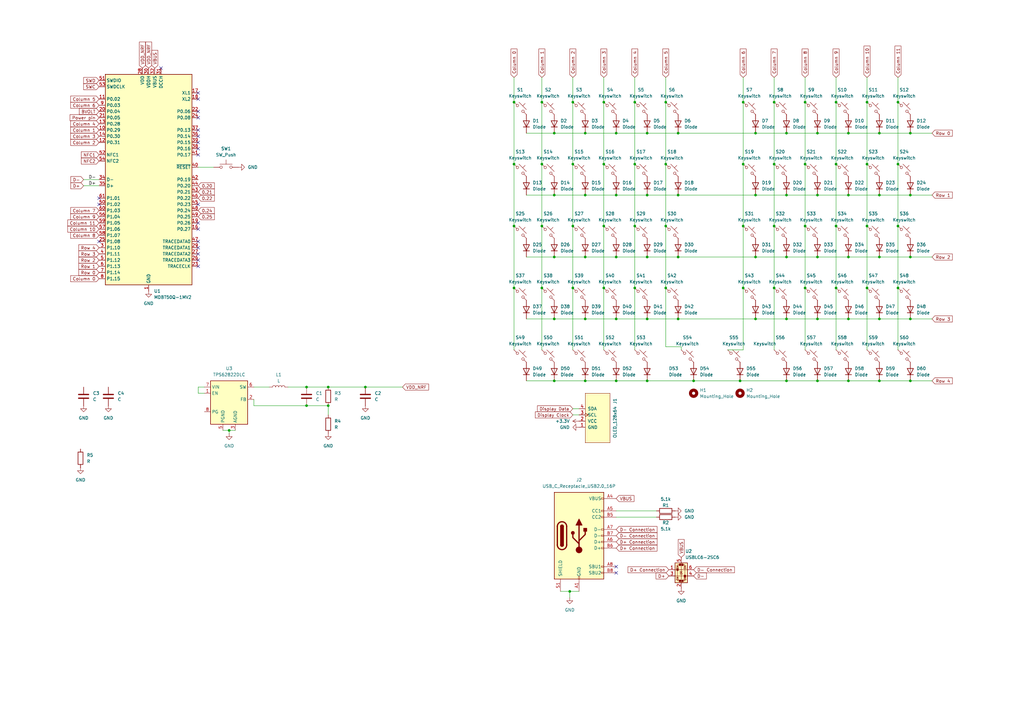
<source format=kicad_sch>
(kicad_sch (version 20231120) (generator "eeschema") (generator_version "8.0")
  (paper "A3")
  (junction (at 210.82 92.71))
  (junction (at 355.6 118.11))
  (junction (at 273.05 67.31))
  (junction (at 330.2 118.11))
  (junction (at 347.98 105.41))
  (junction (at 335.28 105.41))
  (junction (at 240.03 80.01))
  (junction (at 240.03 156.21))
  (junction (at 368.3 67.31))
  (junction (at 252.73 156.21))
  (junction (at 347.98 156.21))
  (junction (at 330.2 92.71))
  (junction (at 304.8 118.11))
  (junction (at 330.2 41.91))
  (junction (at 322.58 130.81))
  (junction (at 227.33 54.61))
  (junction (at 355.6 92.71))
  (junction (at 222.25 41.91))
  (junction (at 322.58 105.41))
  (junction (at 342.9 41.91))
  (junction (at 234.95 67.31))
  (junction (at 234.95 41.91))
  (junction (at 347.98 130.81))
  (junction (at 360.68 54.61))
  (junction (at 260.35 67.31))
  (junction (at 335.28 54.61))
  (junction (at 265.43 54.61))
  (junction (at 234.95 92.71))
  (junction (at 273.05 118.11))
  (junction (at 210.82 118.11))
  (junction (at 252.73 105.41))
  (junction (at 355.6 67.31))
  (junction (at 252.73 54.61))
  (junction (at 373.38 80.01))
  (junction (at 355.6 41.91))
  (junction (at 304.8 41.91))
  (junction (at 134.62 158.75))
  (junction (at 368.3 92.71))
  (junction (at 247.65 67.31))
  (junction (at 368.3 118.11))
  (junction (at 234.95 118.11))
  (junction (at 373.38 105.41))
  (junction (at 252.73 130.81))
  (junction (at 134.62 166.37))
  (junction (at 335.28 130.81))
  (junction (at 347.98 54.61))
  (junction (at 373.38 156.21))
  (junction (at 284.48 156.21))
  (junction (at 240.03 54.61))
  (junction (at 227.33 156.21))
  (junction (at 227.33 105.41))
  (junction (at 322.58 80.01))
  (junction (at 210.82 67.31))
  (junction (at 125.73 158.75))
  (junction (at 360.68 156.21))
  (junction (at 317.5 41.91))
  (junction (at 303.53 156.21))
  (junction (at 247.65 92.71))
  (junction (at 278.13 130.81))
  (junction (at 304.8 67.31))
  (junction (at 322.58 54.61))
  (junction (at 342.9 67.31))
  (junction (at 222.25 92.71))
  (junction (at 317.5 118.11))
  (junction (at 265.43 105.41))
  (junction (at 360.68 80.01))
  (junction (at 222.25 118.11))
  (junction (at 210.82 41.91))
  (junction (at 149.86 158.75))
  (junction (at 360.68 105.41))
  (junction (at 304.8 92.71))
  (junction (at 309.88 130.81))
  (junction (at 309.88 54.61))
  (junction (at 222.25 67.31))
  (junction (at 317.5 67.31))
  (junction (at 309.88 105.41))
  (junction (at 240.03 130.81))
  (junction (at 309.88 80.01))
  (junction (at 342.9 92.71))
  (junction (at 368.3 41.91))
  (junction (at 247.65 41.91))
  (junction (at 260.35 41.91))
  (junction (at 233.68 242.57))
  (junction (at 125.73 166.37))
  (junction (at 273.05 92.71))
  (junction (at 265.43 156.21))
  (junction (at 317.5 92.71))
  (junction (at 322.58 156.21))
  (junction (at 373.38 130.81))
  (junction (at 330.2 67.31))
  (junction (at 260.35 92.71))
  (junction (at 278.13 80.01))
  (junction (at 93.98 176.53))
  (junction (at 247.65 118.11))
  (junction (at 342.9 118.11))
  (junction (at 335.28 80.01))
  (junction (at 260.35 118.11))
  (junction (at 265.43 130.81))
  (junction (at 347.98 80.01))
  (junction (at 240.03 105.41))
  (junction (at 360.68 130.81))
  (junction (at 278.13 54.61))
  (junction (at 278.13 105.41))
  (junction (at 252.73 80.01))
  (junction (at 227.33 130.81))
  (junction (at 273.05 41.91))
  (junction (at 373.38 54.61))
  (junction (at 335.28 156.21))
  (junction (at 227.33 80.01))
  (junction (at 265.43 80.01))
  (no_connect (at 252.73 232.41))
  (no_connect (at 81.28 101.6))
  (no_connect (at 81.28 45.72))
  (no_connect (at 66.04 27.94))
  (no_connect (at 81.28 91.44))
  (no_connect (at 81.28 40.64))
  (no_connect (at 81.28 55.88))
  (no_connect (at 81.28 106.68))
  (no_connect (at 81.28 104.14))
  (no_connect (at 81.28 53.34))
  (no_connect (at 40.64 81.28))
  (no_connect (at 81.28 93.98))
  (no_connect (at 81.28 109.22))
  (no_connect (at 40.64 83.82))
  (no_connect (at 81.28 38.1))
  (no_connect (at 81.28 58.42))
  (no_connect (at 81.28 48.26))
  (no_connect (at 252.73 234.95))
  (no_connect (at 81.28 99.06))
  (no_connect (at 40.64 99.06))
  (no_connect (at 81.28 63.5))
  (no_connect (at 81.28 83.82))
  (no_connect (at 81.28 60.96))
  (wire (pts (xy 210.82 92.71) (xy 210.82 118.11)))
  (wire (pts (xy 93.98 176.53) (xy 96.52 176.53)))
  (wire (pts (xy 322.58 130.81) (xy 335.28 130.81)))
  (wire (pts (xy 234.95 92.71) (xy 234.95 118.11)))
  (wire (pts (xy 360.68 130.81) (xy 373.38 130.81)))
  (wire (pts (xy 240.03 80.01) (xy 252.73 80.01)))
  (wire (pts (xy 347.98 80.01) (xy 360.68 80.01)))
  (wire (pts (xy 260.35 118.11) (xy 260.35 143.51)))
  (wire (pts (xy 81.28 161.29) (xy 81.28 158.75)))
  (wire (pts (xy 355.6 118.11) (xy 355.6 143.51)))
  (wire (pts (xy 317.5 118.11) (xy 317.5 143.51)))
  (wire (pts (xy 317.5 31.75) (xy 317.5 41.91)))
  (wire (pts (xy 304.8 92.71) (xy 304.8 118.11)))
  (wire (pts (xy 355.6 92.71) (xy 355.6 118.11)))
  (wire (pts (xy 233.68 242.57) (xy 233.68 245.11)))
  (wire (pts (xy 240.03 130.81) (xy 252.73 130.81)))
  (wire (pts (xy 215.9 54.61) (xy 227.33 54.61)))
  (wire (pts (xy 222.25 31.75) (xy 222.25 41.91)))
  (wire (pts (xy 240.03 54.61) (xy 252.73 54.61)))
  (wire (pts (xy 368.3 41.91) (xy 368.3 67.31)))
  (wire (pts (xy 229.87 242.57) (xy 233.68 242.57)))
  (wire (pts (xy 104.14 166.37) (xy 104.14 163.83)))
  (wire (pts (xy 273.05 92.71) (xy 273.05 118.11)))
  (wire (pts (xy 335.28 105.41) (xy 347.98 105.41)))
  (wire (pts (xy 234.95 31.75) (xy 234.95 41.91)))
  (wire (pts (xy 368.3 31.75) (xy 368.3 41.91)))
  (wire (pts (xy 317.5 41.91) (xy 317.5 67.31)))
  (wire (pts (xy 342.9 92.71) (xy 342.9 118.11)))
  (wire (pts (xy 118.11 158.75) (xy 125.73 158.75)))
  (wire (pts (xy 134.62 166.37) (xy 134.62 170.18)))
  (wire (pts (xy 335.28 80.01) (xy 347.98 80.01)))
  (wire (pts (xy 278.13 54.61) (xy 309.88 54.61)))
  (wire (pts (xy 317.5 92.71) (xy 317.5 118.11)))
  (wire (pts (xy 273.05 41.91) (xy 273.05 67.31)))
  (wire (pts (xy 347.98 54.61) (xy 360.68 54.61)))
  (wire (pts (xy 227.33 80.01) (xy 240.03 80.01)))
  (wire (pts (xy 233.68 242.57) (xy 237.49 242.57)))
  (wire (pts (xy 234.95 167.64) (xy 237.49 167.64)))
  (wire (pts (xy 342.9 67.31) (xy 342.9 92.71)))
  (wire (pts (xy 83.82 161.29) (xy 81.28 161.29)))
  (wire (pts (xy 247.65 118.11) (xy 247.65 143.51)))
  (wire (pts (xy 104.14 166.37) (xy 125.73 166.37)))
  (wire (pts (xy 247.65 92.71) (xy 247.65 118.11)))
  (wire (pts (xy 227.33 130.81) (xy 240.03 130.81)))
  (wire (pts (xy 227.33 156.21) (xy 240.03 156.21)))
  (wire (pts (xy 222.25 118.11) (xy 222.25 143.51)))
  (wire (pts (xy 279.4 142.24) (xy 279.4 143.51)))
  (wire (pts (xy 373.38 54.61) (xy 382.27 54.61)))
  (wire (pts (xy 273.05 67.31) (xy 273.05 92.71)))
  (wire (pts (xy 373.38 156.21) (xy 382.27 156.21)))
  (wire (pts (xy 240.03 105.41) (xy 252.73 105.41)))
  (wire (pts (xy 309.88 130.81) (xy 322.58 130.81)))
  (wire (pts (xy 355.6 31.75) (xy 355.6 41.91)))
  (wire (pts (xy 40.64 73.66) (xy 34.29 73.66)))
  (wire (pts (xy 210.82 41.91) (xy 210.82 67.31)))
  (wire (pts (xy 284.48 156.21) (xy 303.53 156.21)))
  (wire (pts (xy 134.62 158.75) (xy 149.86 158.75)))
  (wire (pts (xy 210.82 67.31) (xy 210.82 92.71)))
  (wire (pts (xy 260.35 41.91) (xy 260.35 67.31)))
  (wire (pts (xy 278.13 80.01) (xy 309.88 80.01)))
  (wire (pts (xy 309.88 105.41) (xy 322.58 105.41)))
  (wire (pts (xy 309.88 54.61) (xy 322.58 54.61)))
  (wire (pts (xy 265.43 80.01) (xy 278.13 80.01)))
  (wire (pts (xy 347.98 105.41) (xy 360.68 105.41)))
  (wire (pts (xy 373.38 80.01) (xy 382.27 80.01)))
  (wire (pts (xy 355.6 67.31) (xy 355.6 92.71)))
  (wire (pts (xy 252.73 209.55) (xy 269.24 209.55)))
  (wire (pts (xy 227.33 105.41) (xy 240.03 105.41)))
  (wire (pts (xy 279.4 142.24) (xy 273.05 142.24)))
  (wire (pts (xy 273.05 31.75) (xy 273.05 41.91)))
  (wire (pts (xy 342.9 41.91) (xy 342.9 67.31)))
  (wire (pts (xy 252.73 212.09) (xy 269.24 212.09)))
  (wire (pts (xy 252.73 80.01) (xy 265.43 80.01)))
  (wire (pts (xy 335.28 130.81) (xy 347.98 130.81)))
  (wire (pts (xy 265.43 156.21) (xy 284.48 156.21)))
  (wire (pts (xy 215.9 130.81) (xy 227.33 130.81)))
  (wire (pts (xy 125.73 166.37) (xy 134.62 166.37)))
  (wire (pts (xy 373.38 105.41) (xy 382.27 105.41)))
  (wire (pts (xy 330.2 118.11) (xy 330.2 143.51)))
  (wire (pts (xy 252.73 156.21) (xy 265.43 156.21)))
  (wire (pts (xy 252.73 54.61) (xy 265.43 54.61)))
  (wire (pts (xy 247.65 41.91) (xy 247.65 67.31)))
  (wire (pts (xy 309.88 80.01) (xy 322.58 80.01)))
  (wire (pts (xy 303.53 156.21) (xy 322.58 156.21)))
  (wire (pts (xy 81.28 68.58) (xy 87.63 68.58)))
  (wire (pts (xy 304.8 67.31) (xy 304.8 92.71)))
  (wire (pts (xy 234.95 41.91) (xy 234.95 67.31)))
  (wire (pts (xy 252.73 130.81) (xy 265.43 130.81)))
  (wire (pts (xy 342.9 31.75) (xy 342.9 41.91)))
  (wire (pts (xy 222.25 92.71) (xy 222.25 118.11)))
  (wire (pts (xy 234.95 67.31) (xy 234.95 92.71)))
  (wire (pts (xy 360.68 105.41) (xy 373.38 105.41)))
  (wire (pts (xy 260.35 92.71) (xy 260.35 118.11)))
  (wire (pts (xy 322.58 54.61) (xy 335.28 54.61)))
  (wire (pts (xy 342.9 118.11) (xy 342.9 143.51)))
  (wire (pts (xy 355.6 41.91) (xy 355.6 67.31)))
  (wire (pts (xy 360.68 156.21) (xy 373.38 156.21)))
  (wire (pts (xy 222.25 41.91) (xy 222.25 67.31)))
  (wire (pts (xy 273.05 142.24) (xy 273.05 118.11)))
  (wire (pts (xy 104.14 158.75) (xy 110.49 158.75)))
  (wire (pts (xy 247.65 67.31) (xy 247.65 92.71)))
  (wire (pts (xy 317.5 67.31) (xy 317.5 92.71)))
  (wire (pts (xy 91.44 176.53) (xy 93.98 176.53)))
  (wire (pts (xy 360.68 80.01) (xy 373.38 80.01)))
  (wire (pts (xy 247.65 31.75) (xy 247.65 41.91)))
  (wire (pts (xy 260.35 67.31) (xy 260.35 92.71)))
  (wire (pts (xy 330.2 41.91) (xy 330.2 67.31)))
  (wire (pts (xy 215.9 156.21) (xy 227.33 156.21)))
  (wire (pts (xy 222.25 67.31) (xy 222.25 92.71)))
  (wire (pts (xy 330.2 92.71) (xy 330.2 118.11)))
  (wire (pts (xy 215.9 105.41) (xy 227.33 105.41)))
  (wire (pts (xy 265.43 54.61) (xy 278.13 54.61)))
  (wire (pts (xy 304.8 41.91) (xy 304.8 67.31)))
  (wire (pts (xy 335.28 54.61) (xy 347.98 54.61)))
  (wire (pts (xy 298.45 143.51) (xy 304.8 143.51)))
  (wire (pts (xy 373.38 130.81) (xy 382.27 130.81)))
  (wire (pts (xy 240.03 156.21) (xy 252.73 156.21)))
  (wire (pts (xy 322.58 80.01) (xy 335.28 80.01)))
  (wire (pts (xy 347.98 130.81) (xy 360.68 130.81)))
  (wire (pts (xy 278.13 105.41) (xy 309.88 105.41)))
  (wire (pts (xy 265.43 130.81) (xy 278.13 130.81)))
  (wire (pts (xy 322.58 156.21) (xy 335.28 156.21)))
  (wire (pts (xy 335.28 156.21) (xy 347.98 156.21)))
  (wire (pts (xy 260.35 31.75) (xy 260.35 41.91)))
  (wire (pts (xy 368.3 92.71) (xy 368.3 118.11)))
  (wire (pts (xy 93.98 176.53) (xy 93.98 177.8)))
  (wire (pts (xy 360.68 54.61) (xy 373.38 54.61)))
  (wire (pts (xy 368.3 67.31) (xy 368.3 92.71)))
  (wire (pts (xy 265.43 105.41) (xy 278.13 105.41)))
  (wire (pts (xy 322.58 105.41) (xy 335.28 105.41)))
  (wire (pts (xy 278.13 130.81) (xy 309.88 130.81)))
  (wire (pts (xy 34.29 76.2) (xy 40.64 76.2)))
  (wire (pts (xy 125.73 158.75) (xy 134.62 158.75)))
  (wire (pts (xy 304.8 143.51) (xy 304.8 118.11)))
  (wire (pts (xy 215.9 80.01) (xy 227.33 80.01)))
  (wire (pts (xy 368.3 118.11) (xy 368.3 143.51)))
  (wire (pts (xy 234.95 118.11) (xy 234.95 143.51)))
  (wire (pts (xy 210.82 31.75) (xy 210.82 41.91)))
  (wire (pts (xy 81.28 158.75) (xy 83.82 158.75)))
  (wire (pts (xy 252.73 105.41) (xy 265.43 105.41)))
  (wire (pts (xy 330.2 31.75) (xy 330.2 41.91)))
  (wire (pts (xy 330.2 67.31) (xy 330.2 92.71)))
  (wire (pts (xy 304.8 31.75) (xy 304.8 41.91)))
  (wire (pts (xy 234.95 170.18) (xy 237.49 170.18)))
  (wire (pts (xy 227.33 54.61) (xy 240.03 54.61)))
  (wire (pts (xy 149.86 158.75) (xy 165.1 158.75)))
  (wire (pts (xy 210.82 118.11) (xy 210.82 143.51)))
  (wire (pts (xy 347.98 156.21) (xy 360.68 156.21)))
  (label "D+" (at 39.37 76.2 180))
  (label "D-" (at 39.37 73.66 180))
  (global_label "Row 2" (shape input) (at 40.64 106.68 180) (property "Intersheetrefs" "${INTERSHEET_REFS}" (effects (hide yes))))
  (global_label "VBUS" (shape input) (at 279.4 228.6 90) (property "Intersheetrefs" "${INTERSHEET_REFS}" (effects (hide yes))))
  (global_label "Column 4" (shape input) (at 40.64 50.8 180) (property "Intersheetrefs" "${INTERSHEET_REFS}" (effects (hide yes))))
  (global_label "Display Clock" (shape input) (at 234.95 170.18 180) (property "Intersheetrefs" "${INTERSHEET_REFS}" (effects (hide yes))))
  (global_label "Column 8" (shape input) (at 330.2 31.75 90) (property "Intersheetrefs" "${INTERSHEET_REFS}" (effects (hide yes))))
  (global_label "Column 10" (shape input) (at 355.6 31.75 90) (property "Intersheetrefs" "${INTERSHEET_REFS}" (effects (hide yes))))
  (global_label "Column 8" (shape input) (at 40.64 96.52 180) (property "Intersheetrefs" "${INTERSHEET_REFS}" (effects (hide yes))))
  (global_label "Column 5" (shape input) (at 273.05 31.75 90) (property "Intersheetrefs" "${INTERSHEET_REFS}" (effects (hide yes))))
  (global_label "Row 1" (shape input) (at 40.64 109.22 180) (property "Intersheetrefs" "${INTERSHEET_REFS}" (effects (hide yes))))
  (global_label "NFC2" (shape input) (at 40.64 66.04 180) (property "Intersheetrefs" "${INTERSHEET_REFS}" (effects (hide yes))))
  (global_label "SWC" (shape input) (at 40.64 35.56 180) (property "Intersheetrefs" "${INTERSHEET_REFS}" (effects (hide yes))))
  (global_label "0.24" (shape input) (at 81.28 86.36 0) (property "Intersheetrefs" "${INTERSHEET_REFS}" (effects (hide yes))))
  (global_label "Column 1" (shape input) (at 40.64 53.34 180) (property "Intersheetrefs" "${INTERSHEET_REFS}" (effects (hide yes))))
  (global_label "D- Connection" (shape input) (at 284.48 233.68 0) (property "Intersheetrefs" "${INTERSHEET_REFS}" (effects (hide yes))))
  (global_label "Column 3" (shape input) (at 247.65 31.75 90) (property "Intersheetrefs" "${INTERSHEET_REFS}" (effects (hide yes))))
  (global_label "VDD_NRF" (shape input) (at 58.42 27.94 90) (property "Intersheetrefs" "${INTERSHEET_REFS}" (effects (hide yes))))
  (global_label "BVOLT" (shape input) (at 40.64 45.72 180) (property "Intersheetrefs" "${INTERSHEET_REFS}" (effects (hide yes))))
  (global_label "Column 5" (shape input) (at 40.64 40.64 180) (property "Intersheetrefs" "${INTERSHEET_REFS}" (effects (hide yes))))
  (global_label "D-" (shape input) (at 284.48 236.22 0) (property "Intersheetrefs" "${INTERSHEET_REFS}" (effects (hide yes))))
  (global_label "Row 3" (shape input) (at 382.27 130.81 0) (property "Intersheetrefs" "${INTERSHEET_REFS}" (effects (hide yes))))
  (global_label "D- Connection" (shape input) (at 252.73 219.71 0) (property "Intersheetrefs" "${INTERSHEET_REFS}" (effects (hide yes))))
  (global_label "SWD" (shape input) (at 40.64 33.02 180) (property "Intersheetrefs" "${INTERSHEET_REFS}" (effects (hide yes))))
  (global_label "D- Connection" (shape input) (at 252.73 217.17 0) (property "Intersheetrefs" "${INTERSHEET_REFS}" (effects (hide yes))))
  (global_label "Display Data" (shape input) (at 234.95 167.64 180) (property "Intersheetrefs" "${INTERSHEET_REFS}" (effects (hide yes))))
  (global_label "NFC1" (shape input) (at 40.64 63.5 180) (property "Intersheetrefs" "${INTERSHEET_REFS}" (effects (hide yes))))
  (global_label "0.22" (shape input) (at 81.28 81.28 0) (property "Intersheetrefs" "${INTERSHEET_REFS}" (effects (hide yes))))
  (global_label "D+ Connection" (shape input) (at 274.32 233.68 180) (property "Intersheetrefs" "${INTERSHEET_REFS}" (effects (hide yes))))
  (global_label "VDD_NRF" (shape input) (at 165.1 158.75 0) (property "Intersheetrefs" "${INTERSHEET_REFS}" (effects (hide yes))))
  (global_label "Column 3" (shape input) (at 40.64 55.88 180) (property "Intersheetrefs" "${INTERSHEET_REFS}" (effects (hide yes))))
  (global_label "Row 2" (shape input) (at 382.27 105.41 0) (property "Intersheetrefs" "${INTERSHEET_REFS}" (effects (hide yes))))
  (global_label "Column 6" (shape input) (at 304.8 31.75 90) (property "Intersheetrefs" "${INTERSHEET_REFS}" (effects (hide yes))))
  (global_label "Column 4" (shape input) (at 260.35 31.75 90) (property "Intersheetrefs" "${INTERSHEET_REFS}" (effects (hide yes))))
  (global_label "Column 1" (shape input) (at 222.25 31.75 90) (property "Intersheetrefs" "${INTERSHEET_REFS}" (effects (hide yes))))
  (global_label "Column 10" (shape input) (at 40.64 93.98 180) (property "Intersheetrefs" "${INTERSHEET_REFS}" (effects (hide yes))))
  (global_label "Column 0" (shape input) (at 210.82 31.75 90) (property "Intersheetrefs" "${INTERSHEET_REFS}" (effects (hide yes))))
  (global_label "Column 6" (shape input) (at 40.64 43.18 180) (property "Intersheetrefs" "${INTERSHEET_REFS}" (effects (hide yes))))
  (global_label "Column 9" (shape input) (at 40.64 88.9 180) (property "Intersheetrefs" "${INTERSHEET_REFS}" (effects (hide yes))))
  (global_label "Column 2" (shape input) (at 234.95 31.75 90) (property "Intersheetrefs" "${INTERSHEET_REFS}" (effects (hide yes))))
  (global_label "Power pin" (shape input) (at 40.64 48.26 180) (property "Intersheetrefs" "${INTERSHEET_REFS}" (effects (hide yes))))
  (global_label "Column 9" (shape input) (at 342.9 31.75 90) (property "Intersheetrefs" "${INTERSHEET_REFS}" (effects (hide yes))))
  (global_label "0.21" (shape input) (at 81.28 78.74 0) (property "Intersheetrefs" "${INTERSHEET_REFS}" (effects (hide yes))))
  (global_label "D-" (shape input) (at 34.29 73.66 180) (property "Intersheetrefs" "${INTERSHEET_REFS}" (effects (hide yes))))
  (global_label "Row 4" (shape input) (at 40.64 101.6 180) (property "Intersheetrefs" "${INTERSHEET_REFS}" (effects (hide yes))))
  (global_label "D+ Connection" (shape input) (at 252.73 222.25 0) (property "Intersheetrefs" "${INTERSHEET_REFS}" (effects (hide yes))))
  (global_label "Row 3" (shape input) (at 40.64 104.14 180) (property "Intersheetrefs" "${INTERSHEET_REFS}" (effects (hide yes))))
  (global_label "D+ Connection" (shape input) (at 252.73 224.79 0) (property "Intersheetrefs" "${INTERSHEET_REFS}" (effects (hide yes))))
  (global_label "Row 0" (shape input) (at 40.64 111.76 180) (property "Intersheetrefs" "${INTERSHEET_REFS}" (effects (hide yes))))
  (global_label "Column 0" (shape input) (at 40.64 114.3 180) (property "Intersheetrefs" "${INTERSHEET_REFS}" (effects (hide yes))))
  (global_label "Column 2" (shape input) (at 40.64 58.42 180) (property "Intersheetrefs" "${INTERSHEET_REFS}" (effects (hide yes))))
  (global_label "Row 0" (shape input) (at 382.27 54.61 0) (property "Intersheetrefs" "${INTERSHEET_REFS}" (effects (hide yes))))
  (global_label "Column 7" (shape input) (at 40.64 86.36 180) (property "Intersheetrefs" "${INTERSHEET_REFS}" (effects (hide yes))))
  (global_label "D+" (shape input) (at 34.29 76.2 180) (property "Intersheetrefs" "${INTERSHEET_REFS}" (effects (hide yes))))
  (global_label "VBUS" (shape input) (at 63.5 27.94 90) (property "Intersheetrefs" "${INTERSHEET_REFS}" (effects (hide yes))))
  (global_label "Column 7" (shape input) (at 317.5 31.75 90) (property "Intersheetrefs" "${INTERSHEET_REFS}" (effects (hide yes))))
  (global_label "0.20" (shape input) (at 81.28 76.2 0) (property "Intersheetrefs" "${INTERSHEET_REFS}" (effects (hide yes))))
  (global_label "VBUS" (shape input) (at 252.73 204.47 0) (property "Intersheetrefs" "${INTERSHEET_REFS}" (effects (hide yes))))
  (global_label "VDD_NRF" (shape input) (at 60.96 27.94 90) (property "Intersheetrefs" "${INTERSHEET_REFS}" (effects (hide yes))))
  (global_label "Row 4" (shape input) (at 382.27 156.21 0) (property "Intersheetrefs" "${INTERSHEET_REFS}" (effects (hide yes))))
  (global_label "0.25" (shape input) (at 81.28 88.9 0) (property "Intersheetrefs" "${INTERSHEET_REFS}" (effects (hide yes))))
  (global_label "Column 11" (shape input) (at 368.3 31.75 90) (property "Intersheetrefs" "${INTERSHEET_REFS}" (effects (hide yes))))
  (global_label "D+" (shape input) (at 274.32 236.22 180) (property "Intersheetrefs" "${INTERSHEET_REFS}" (effects (hide yes))))
  (global_label "Column 11" (shape input) (at 40.64 91.44 180) (property "Intersheetrefs" "${INTERSHEET_REFS}" (effects (hide yes))))
  (global_label "Row 1" (shape input) (at 382.27 80.01 0) (property "Intersheetrefs" "${INTERSHEET_REFS}" (effects (hide yes))))
  (symbol (lib_id "ScottoKeebs:Placeholder_Keyswitch") (at 213.36 120.65 0) (unit 1)
    (property "Reference" "S37" (at 213.36 113.03 0))
    (property "Value" "Keyswitch" (at 213.36 115.57 0))
    (property "Footprint" "ScottoKeebs_Hotswap:Hotswap_MX_1.00u" (effects (hide yes)))
    (property "Description" "Push button switch, normally open, two pins, 45° tilted" (effects (hide yes)))
  )
  (symbol (lib_id "ScottoKeebs:Placeholder_Diode") (at 335.28 50.8 90) (unit 1)
    (property "Reference" "D9" (at 337.82 49.5299 90) (effects (justify right)))
    (property "Value" "Diode" (at 337.82 52.0699 90) (effects (justify right)))
    (property "Footprint" "ScottoKeebs_Components:Diode_SOD-123" (effects (hide yes)))
    (property "Description" "1N4148 (DO-35) or 1N4148W (SOD-123)" (effects (hide yes)))
    (property "Sim.Device" "D" (effects (hide yes)))
    (property "Sim.Pins" "1=K 2=A" (effects (hide yes)))
  )
  (symbol (lib_id "ScottoKeebs:Placeholder_Diode") (at 265.43 76.2 90) (unit 1)
    (property "Reference" "D17" (at 267.97 74.9299 90) (effects (justify right)))
    (property "Value" "Diode" (at 267.97 77.4699 90) (effects (justify right)))
    (property "Footprint" "ScottoKeebs_Components:Diode_SOD-123" (effects (hide yes)))
    (property "Description" "1N4148 (DO-35) or 1N4148W (SOD-123)" (effects (hide yes)))
    (property "Sim.Device" "D" (effects (hide yes)))
    (property "Sim.Pins" "1=K 2=A" (effects (hide yes)))
  )
  (symbol (lib_id "ScottoKeebs:Placeholder_Diode") (at 278.13 76.2 90) (unit 1)
    (property "Reference" "D18" (at 280.67 74.9299 90) (effects (justify right)))
    (property "Value" "Diode" (at 280.67 77.4699 90) (effects (justify right)))
    (property "Footprint" "ScottoKeebs_Components:Diode_SOD-123" (effects (hide yes)))
    (property "Description" "1N4148 (DO-35) or 1N4148W (SOD-123)" (effects (hide yes)))
    (property "Sim.Device" "D" (effects (hide yes)))
    (property "Sim.Pins" "1=K 2=A" (effects (hide yes)))
  )
  (symbol (lib_id "Device:R") (at 33.02 187.96 0) (unit 1)
    (property "Reference" "R5" (at 35.56 186.6899 0) (effects (justify left)))
    (property "Value" "R" (at 35.56 189.2299 0) (effects (justify left)))
    (property "Description" "Resistor" (effects (hide yes)))
  )
  (symbol (lib_id "ScottoKeebs:Placeholder_Diode") (at 322.58 76.2 90) (unit 1)
    (property "Reference" "D20" (at 325.12 74.9299 90) (effects (justify right)))
    (property "Value" "Diode" (at 325.12 77.4699 90) (effects (justify right)))
    (property "Footprint" "ScottoKeebs_Components:Diode_SOD-123" (effects (hide yes)))
    (property "Description" "1N4148 (DO-35) or 1N4148W (SOD-123)" (effects (hide yes)))
    (property "Sim.Device" "D" (effects (hide yes)))
    (property "Sim.Pins" "1=K 2=A" (effects (hide yes)))
  )
  (symbol (lib_id "ScottoKeebs:Placeholder_Keyswitch") (at 345.44 44.45 0) (unit 1)
    (property "Reference" "S10" (at 345.44 36.83 0))
    (property "Value" "Keyswitch" (at 345.44 39.37 0))
    (property "Footprint" "ScottoKeebs_Hotswap:Hotswap_MX_1.00u" (effects (hide yes)))
    (property "Description" "Push button switch, normally open, two pins, 45° tilted" (effects (hide yes)))
  )
  (symbol (lib_id "power:GND") (at 149.86 166.37 0) (unit 1)
    (property "Reference" "#PWR11" (effects (hide yes)))
    (property "Value" "GND" (at 149.86 171.45 0))
    (property "Description" "Power symbol creates a global label with name \"GND\" , ground" (effects (hide yes)))
  )
  (symbol (lib_id "ScottoKeebs:Placeholder_Diode") (at 215.9 127 90) (unit 1)
    (property "Reference" "D37" (at 218.44 125.7299 90) (effects (justify right)))
    (property "Value" "Diode" (at 218.44 128.2699 90) (effects (justify right)))
    (property "Footprint" "ScottoKeebs_Components:Diode_SOD-123" (effects (hide yes)))
    (property "Description" "1N4148 (DO-35) or 1N4148W (SOD-123)" (effects (hide yes)))
    (property "Sim.Device" "D" (effects (hide yes)))
    (property "Sim.Pins" "1=K 2=A" (effects (hide yes)))
  )
  (symbol (lib_id "ScottoKeebs:Placeholder_Diode") (at 360.68 127 90) (unit 1)
    (property "Reference" "D47" (at 363.22 125.7299 90) (effects (justify right)))
    (property "Value" "Diode" (at 363.22 128.2699 90) (effects (justify right)))
    (property "Footprint" "ScottoKeebs_Components:Diode_SOD-123" (effects (hide yes)))
    (property "Description" "1N4148 (DO-35) or 1N4148W (SOD-123)" (effects (hide yes)))
    (property "Sim.Device" "D" (effects (hide yes)))
    (property "Sim.Pins" "1=K 2=A" (effects (hide yes)))
  )
  (symbol (lib_id "ScottoKeebs:Placeholder_Keyswitch") (at 370.84 95.25 0) (unit 1)
    (property "Reference" "S36" (at 370.84 87.63 0))
    (property "Value" "Keyswitch" (at 370.84 90.17 0))
    (property "Footprint" "ScottoKeebs_Hotswap:Hotswap_MX_1.00u" (effects (hide yes)))
    (property "Description" "Push button switch, normally open, two pins, 45° tilted" (effects (hide yes)))
  )
  (symbol (lib_id "power:GND") (at 33.02 191.77 0) (unit 1)
    (property "Reference" "#PWR14" (effects (hide yes)))
    (property "Value" "GND" (at 33.02 196.85 0))
    (property "Description" "Power symbol creates a global label with name \"GND\" , ground" (effects (hide yes)))
  )
  (symbol (lib_id "ScottoKeebs:Placeholder_Diode") (at 347.98 101.6 90) (unit 1)
    (property "Reference" "D34" (at 350.52 100.3299 90) (effects (justify right)))
    (property "Value" "Diode" (at 350.52 102.8699 90) (effects (justify right)))
    (property "Footprint" "ScottoKeebs_Components:Diode_SOD-123" (effects (hide yes)))
    (property "Description" "1N4148 (DO-35) or 1N4148W (SOD-123)" (effects (hide yes)))
    (property "Sim.Device" "D" (effects (hide yes)))
    (property "Sim.Pins" "1=K 2=A" (effects (hide yes)))
  )
  (symbol (lib_id "ScottoKeebs:Placeholder_Diode") (at 335.28 152.4 90) (unit 1)
    (property "Reference" "D57" (at 337.82 151.1299 90) (effects (justify right)))
    (property "Value" "Diode" (at 337.82 153.6699 90) (effects (justify right)))
    (property "Footprint" "ScottoKeebs_Components:Diode_SOD-123" (effects (hide yes)))
    (property "Description" "1N4148 (DO-35) or 1N4148W (SOD-123)" (effects (hide yes)))
    (property "Sim.Device" "D" (effects (hide yes)))
    (property "Sim.Pins" "1=K 2=A" (effects (hide yes)))
  )
  (symbol (lib_id "RF_Module:MDBT50Q-1MV2") (at 60.96 73.66 0) (unit 1)
    (property "Reference" "U1" (at 63.1541 119.38 0) (effects (justify left)))
    (property "Value" "MDBT50Q-1MV2" (at 63.1541 121.92 0) (effects (justify left)))
    (property "Footprint" "RF_Module:Raytac_MDBT50Q" (effects (hide yes)))
    (property "Datasheet" "https://www.raytac.com/download/index.php?index_id=43" (effects (hide yes)))
    (property "Description" "Multiprotocol BLE/ANT/2.4 GHz/802.15.4 Cortex-M4F SoC, nRF52840 module" (effects (hide yes)))
    (pin "23" (alternate "TRACECLK"))
    (pin "54" (alternate "NFC2"))
    (pin "26" (alternate "TRACEDATA3"))
    (pin "47" (alternate "TRACEDATA0"))
    (pin "29" (alternate "TRACEDATA1"))
    (pin "18" (alternate "XL2"))
    (pin "11" (alternate "P0.02"))
    (pin "27" (alternate "TRACEDATA2"))
    (pin "40" (alternate "~{RESET}"))
    (pin "17" (alternate "XL1"))
    (pin "52" (alternate "NFC1"))
  )
  (symbol (lib_id "ScottoKeebs:Placeholder_Keyswitch") (at 250.19 44.45 0) (unit 1)
    (property "Reference" "S4" (at 250.19 36.83 0))
    (property "Value" "Keyswitch" (at 250.19 39.37 0))
    (property "Footprint" "ScottoKeebs_Hotswap:Hotswap_MX_1.00u" (effects (hide yes)))
    (property "Description" "Push button switch, normally open, two pins, 45° tilted" (effects (hide yes)))
  )
  (symbol (lib_id "ScottoKeebs:Placeholder_Diode") (at 347.98 76.2 90) (unit 1)
    (property "Reference" "D22" (at 350.52 74.9299 90) (effects (justify right)))
    (property "Value" "Diode" (at 350.52 77.4699 90) (effects (justify right)))
    (property "Footprint" "ScottoKeebs_Components:Diode_SOD-123" (effects (hide yes)))
    (property "Description" "1N4148 (DO-35) or 1N4148W (SOD-123)" (effects (hide yes)))
    (property "Sim.Device" "D" (effects (hide yes)))
    (property "Sim.Pins" "1=K 2=A" (effects (hide yes)))
  )
  (symbol (lib_id "ScottoKeebs:Placeholder_Keyswitch") (at 224.79 95.25 0) (unit 1)
    (property "Reference" "S26" (at 224.79 87.63 0))
    (property "Value" "Keyswitch" (at 224.79 90.17 0))
    (property "Footprint" "ScottoKeebs_Hotswap:Hotswap_MX_1.00u" (effects (hide yes)))
    (property "Description" "Push button switch, normally open, two pins, 45° tilted" (effects (hide yes)))
  )
  (symbol (lib_id "ScottoKeebs:Placeholder_Diode") (at 215.9 50.8 90) (unit 1)
    (property "Reference" "D1" (at 218.44 49.5299 90) (effects (justify right)))
    (property "Value" "Diode" (at 218.44 52.0699 90) (effects (justify right)))
    (property "Footprint" "ScottoKeebs_Components:Diode_SOD-123" (effects (hide yes)))
    (property "Description" "1N4148 (DO-35) or 1N4148W (SOD-123)" (effects (hide yes)))
    (property "Sim.Device" "D" (effects (hide yes)))
    (property "Sim.Pins" "1=K 2=A" (effects (hide yes)))
  )
  (symbol (lib_id "power:GND") (at 279.4 241.3 0) (unit 1)
    (property "Reference" "#PWR8" (effects (hide yes)))
    (property "Value" "GND" (at 279.4 246.38 0))
    (property "Description" "Power symbol creates a global label with name \"GND\" , ground" (effects (hide yes)))
  )
  (symbol (lib_id "power:GND") (at 34.29 166.37 0) (unit 1)
    (property "Reference" "#PWR12" (effects (hide yes)))
    (property "Value" "GND" (at 34.29 171.45 0))
    (property "Description" "Power symbol creates a global label with name \"GND\" , ground" (effects (hide yes)))
  )
  (symbol (lib_id "Regulator_Switching:TPS62822DLC") (at 93.98 166.37 0) (unit 1)
    (property "Reference" "U3" (at 93.98 151.13 0))
    (property "Value" "TPS62822DLC" (at 93.98 153.67 0))
    (property "Footprint" "Package_SON:Texas_VSON-HR-8_1.5x2mm_P0.5mm" (effects (hide yes)))
    (property "Datasheet" "http://www.ti.com/lit/ds/symlink/tps62823.pdf" (effects (hide yes)))
    (property "Description" "2A Step-Down Converter with DCS-Control, adjustable output, 2.4-5.5V input voltage, QFN-8" (effects (hide yes)))
  )
  (symbol (lib_id "ScottoKeebs:Placeholder_Diode") (at 240.03 76.2 90) (unit 1)
    (property "Reference" "D15" (at 242.57 74.9299 90) (effects (justify right)))
    (property "Value" "Diode" (at 242.57 77.4699 90) (effects (justify right)))
    (property "Footprint" "ScottoKeebs_Components:Diode_SOD-123" (effects (hide yes)))
    (property "Description" "1N4148 (DO-35) or 1N4148W (SOD-123)" (effects (hide yes)))
    (property "Sim.Device" "D" (effects (hide yes)))
    (property "Sim.Pins" "1=K 2=A" (effects (hide yes)))
  )
  (symbol (lib_id "ScottoKeebs:Placeholder_Diode") (at 373.38 152.4 90) (unit 1)
    (property "Reference" "D60" (at 375.92 151.1299 90) (effects (justify right)))
    (property "Value" "Diode" (at 375.92 153.6699 90) (effects (justify right)))
    (property "Footprint" "ScottoKeebs_Components:Diode_SOD-123" (effects (hide yes)))
    (property "Description" "1N4148 (DO-35) or 1N4148W (SOD-123)" (effects (hide yes)))
    (property "Sim.Device" "D" (effects (hide yes)))
    (property "Sim.Pins" "1=K 2=A" (effects (hide yes)))
  )
  (symbol (lib_id "ScottoKeebs:Placeholder_Diode") (at 309.88 101.6 90) (unit 1)
    (property "Reference" "D31" (at 312.42 100.3299 90) (effects (justify right)))
    (property "Value" "Diode" (at 312.42 102.8699 90) (effects (justify right)))
    (property "Footprint" "ScottoKeebs_Components:Diode_SOD-123" (effects (hide yes)))
    (property "Description" "1N4148 (DO-35) or 1N4148W (SOD-123)" (effects (hide yes)))
    (property "Sim.Device" "D" (effects (hide yes)))
    (property "Sim.Pins" "1=K 2=A" (effects (hide yes)))
  )
  (symbol (lib_id "Device:L") (at 114.3 158.75 90) (unit 1)
    (property "Reference" "L1" (at 114.3 153.67 90))
    (property "Value" "L" (at 114.3 156.21 90))
    (property "Description" "Inductor" (effects (hide yes)))
  )
  (symbol (lib_id "ScottoKeebs:Placeholder_Keyswitch") (at 262.89 95.25 0) (unit 1)
    (property "Reference" "S29" (at 262.89 87.63 0))
    (property "Value" "Keyswitch" (at 262.89 90.17 0))
    (property "Footprint" "ScottoKeebs_Hotswap:Hotswap_MX_1.00u" (effects (hide yes)))
    (property "Description" "Push button switch, normally open, two pins, 45° tilted" (effects (hide yes)))
  )
  (symbol (lib_id "ScottoKeebs:Placeholder_Diode") (at 252.73 50.8 90) (unit 1)
    (property "Reference" "D4" (at 255.27 49.5299 90) (effects (justify right)))
    (property "Value" "Diode" (at 255.27 52.0699 90) (effects (justify right)))
    (property "Footprint" "ScottoKeebs_Components:Diode_SOD-123" (effects (hide yes)))
    (property "Description" "1N4148 (DO-35) or 1N4148W (SOD-123)" (effects (hide yes)))
    (property "Sim.Device" "D" (effects (hide yes)))
    (property "Sim.Pins" "1=K 2=A" (effects (hide yes)))
  )
  (symbol (lib_id "ScottoKeebs:Placeholder_Diode") (at 373.38 76.2 90) (unit 1)
    (property "Reference" "D24" (at 375.92 74.9299 90) (effects (justify right)))
    (property "Value" "Diode" (at 375.92 77.4699 90) (effects (justify right)))
    (property "Footprint" "ScottoKeebs_Components:Diode_SOD-123" (effects (hide yes)))
    (property "Description" "1N4148 (DO-35) or 1N4148W (SOD-123)" (effects (hide yes)))
    (property "Sim.Device" "D" (effects (hide yes)))
    (property "Sim.Pins" "1=K 2=A" (effects (hide yes)))
  )
  (symbol (lib_id "ScottoKeebs:Placeholder_Keyswitch") (at 307.34 44.45 0) (unit 1)
    (property "Reference" "S7" (at 307.34 36.83 0))
    (property "Value" "Keyswitch" (at 307.34 39.37 0))
    (property "Footprint" "ScottoKeebs_Hotswap:Hotswap_MX_1.00u" (effects (hide yes)))
    (property "Description" "Push button switch, normally open, two pins, 45° tilted" (effects (hide yes)))
  )
  (symbol (lib_id "ScottoKeebs:Placeholder_Diode") (at 278.13 127 90) (unit 1)
    (property "Reference" "D42" (at 280.67 125.7299 90) (effects (justify right)))
    (property "Value" "Diode" (at 280.67 128.2699 90) (effects (justify right)))
    (property "Footprint" "ScottoKeebs_Components:Diode_SOD-123" (effects (hide yes)))
    (property "Description" "1N4148 (DO-35) or 1N4148W (SOD-123)" (effects (hide yes)))
    (property "Sim.Device" "D" (effects (hide yes)))
    (property "Sim.Pins" "1=K 2=A" (effects (hide yes)))
  )
  (symbol (lib_id "ScottoKeebs:Placeholder_Keyswitch") (at 358.14 95.25 0) (unit 1)
    (property "Reference" "S35" (at 358.14 87.63 0))
    (property "Value" "Keyswitch" (at 358.14 90.17 0))
    (property "Footprint" "ScottoKeebs_Hotswap:Hotswap_MX_1.00u" (effects (hide yes)))
    (property "Description" "Push button switch, normally open, two pins, 45° tilted" (effects (hide yes)))
  )
  (symbol (lib_id "power:+3.3V") (at 237.49 172.72 90) (unit 1)
    (property "Reference" "#PWR3" (effects (hide yes)))
    (property "Value" "+3.3V" (at 233.68 172.7199 90) (effects (justify left)))
    (property "Description" "Power symbol creates a global label with name \"+3.3V\"" (effects (hide yes)))
  )
  (symbol (lib_id "ScottoKeebs:Placeholder_Keyswitch") (at 320.04 95.25 0) (unit 1)
    (property "Reference" "S32" (at 320.04 87.63 0))
    (property "Value" "Keyswitch" (at 320.04 90.17 0))
    (property "Footprint" "ScottoKeebs_Hotswap:Hotswap_MX_1.00u" (effects (hide yes)))
    (property "Description" "Push button switch, normally open, two pins, 45° tilted" (effects (hide yes)))
  )
  (symbol (lib_id "ScottoKeebs:Placeholder_Diode") (at 240.03 152.4 90) (unit 1)
    (property "Reference" "D51" (at 242.57 151.1299 90) (effects (justify right)))
    (property "Value" "Diode" (at 242.57 153.6699 90) (effects (justify right)))
    (property "Footprint" "ScottoKeebs_Components:Diode_SOD-123" (effects (hide yes)))
    (property "Description" "1N4148 (DO-35) or 1N4148W (SOD-123)" (effects (hide yes)))
    (property "Sim.Device" "D" (effects (hide yes)))
    (property "Sim.Pins" "1=K 2=A" (effects (hide yes)))
  )
  (symbol (lib_id "ScottoKeebs:Placeholder_Keyswitch") (at 332.74 69.85 0) (unit 1)
    (property "Reference" "S21" (at 332.74 62.23 0))
    (property "Value" "Keyswitch" (at 332.74 64.77 0))
    (property "Footprint" "ScottoKeebs_Hotswap:Hotswap_MX_1.00u" (effects (hide yes)))
    (property "Description" "Push button switch, normally open, two pins, 45° tilted" (effects (hide yes)))
  )
  (symbol (lib_id "Device:C") (at 125.73 162.56 0) (unit 1)
    (property "Reference" "C1" (at 129.54 161.2899 0) (effects (justify left)))
    (property "Value" "C" (at 129.54 163.8299 0) (effects (justify left)))
    (property "Description" "Unpolarized capacitor" (effects (hide yes)))
  )
  (symbol (lib_id "ScottoKeebs:Placeholder_Keyswitch") (at 320.04 69.85 0) (unit 1)
    (property "Reference" "S20" (at 320.04 62.23 0))
    (property "Value" "Keyswitch" (at 320.04 64.77 0))
    (property "Footprint" "ScottoKeebs_Hotswap:Hotswap_MX_1.00u" (effects (hide yes)))
    (property "Description" "Push button switch, normally open, two pins, 45° tilted" (effects (hide yes)))
  )
  (symbol (lib_id "ScottoKeebs:Placeholder_Diode") (at 278.13 50.8 90) (unit 1)
    (property "Reference" "D6" (at 280.67 49.5299 90) (effects (justify right)))
    (property "Value" "Diode" (at 280.67 52.0699 90) (effects (justify right)))
    (property "Footprint" "ScottoKeebs_Components:Diode_SOD-123" (effects (hide yes)))
    (property "Description" "1N4148 (DO-35) or 1N4148W (SOD-123)" (effects (hide yes)))
    (property "Sim.Device" "D" (effects (hide yes)))
    (property "Sim.Pins" "1=K 2=A" (effects (hide yes)))
  )
  (symbol (lib_id "ScottoKeebs:Placeholder_Keyswitch") (at 332.74 95.25 0) (unit 1)
    (property "Reference" "S33" (at 332.74 87.63 0))
    (property "Value" "Keyswitch" (at 332.74 90.17 0))
    (property "Footprint" "ScottoKeebs_Hotswap:Hotswap_MX_1.00u" (effects (hide yes)))
    (property "Description" "Push button switch, normally open, two pins, 45° tilted" (effects (hide yes)))
  )
  (symbol (lib_id "ScottoKeebs:Placeholder_Keyswitch") (at 250.19 69.85 0) (unit 1)
    (property "Reference" "S16" (at 250.19 62.23 0))
    (property "Value" "Keyswitch" (at 250.19 64.77 0))
    (property "Footprint" "ScottoKeebs_Hotswap:Hotswap_MX_1.00u" (effects (hide yes)))
    (property "Description" "Push button switch, normally open, two pins, 45° tilted" (effects (hide yes)))
  )
  (symbol (lib_id "ScottoKeebs:Placeholder_Keyswitch") (at 320.04 120.65 0) (unit 1)
    (property "Reference" "S44" (at 320.04 113.03 0))
    (property "Value" "Keyswitch" (at 320.04 115.57 0))
    (property "Footprint" "ScottoKeebs_Hotswap:Hotswap_MX_1.00u" (effects (hide yes)))
    (property "Description" "Push button switch, normally open, two pins, 45° tilted" (effects (hide yes)))
  )
  (symbol (lib_id "ScottoKeebs:Placeholder_Diode") (at 284.48 152.4 90) (unit 1)
    (property "Reference" "D54" (at 287.02 151.1299 90) (effects (justify right)))
    (property "Value" "Diode" (at 287.02 153.6699 90) (effects (justify right)))
    (property "Footprint" "ScottoKeebs_Components:Diode_SOD-123" (effects (hide yes)))
    (property "Description" "1N4148 (DO-35) or 1N4148W (SOD-123)" (effects (hide yes)))
    (property "Sim.Device" "D" (effects (hide yes)))
    (property "Sim.Pins" "1=K 2=A" (effects (hide yes)))
  )
  (symbol (lib_id "Switch:SW_Push") (at 92.71 68.58 0) (unit 1)
    (property "Reference" "SW1" (at 92.71 60.96 0))
    (property "Value" "SW_Push" (at 92.71 63.5 0))
    (property "Footprint" "Button_Switch_THT:SW_Push_2P2T_Vertical_E-Switch_800UDP8P1A1M6" (effects (hide yes)))
    (property "Description" "Push button switch, generic, two pins" (effects (hide yes)))
  )
  (symbol (lib_id "ScottoKeebs:Placeholder_Diode") (at 265.43 152.4 90) (unit 1)
    (property "Reference" "D53" (at 274.32 151.1299 90) (effects (justify right)))
    (property "Value" "Diode" (at 274.32 153.6699 90) (effects (justify right)))
    (property "Footprint" "ScottoKeebs_Components:Diode_SOD-123" (effects (hide yes)))
    (property "Description" "1N4148 (DO-35) or 1N4148W (SOD-123)" (effects (hide yes)))
    (property "Sim.Device" "D" (effects (hide yes)))
    (property "Sim.Pins" "1=K 2=A" (effects (hide yes)))
  )
  (symbol (lib_id "ScottoKeebs:Placeholder_Diode") (at 215.9 101.6 90) (unit 1)
    (property "Reference" "D25" (at 218.44 100.3299 90) (effects (justify right)))
    (property "Value" "Diode" (at 218.44 102.8699 90) (effects (justify right)))
    (property "Footprint" "ScottoKeebs_Components:Diode_SOD-123" (effects (hide yes)))
    (property "Description" "1N4148 (DO-35) or 1N4148W (SOD-123)" (effects (hide yes)))
    (property "Sim.Device" "D" (effects (hide yes)))
    (property "Sim.Pins" "1=K 2=A" (effects (hide yes)))
  )
  (symbol (lib_id "ScottoKeebs:Placeholder_Keyswitch") (at 275.59 95.25 0) (unit 1)
    (property "Reference" "S30" (at 275.59 87.63 0))
    (property "Value" "Keyswitch" (at 275.59 90.17 0))
    (property "Footprint" "ScottoKeebs_Hotswap:Hotswap_MX_1.00u" (effects (hide yes)))
    (property "Description" "Push button switch, normally open, two pins, 45° tilted" (effects (hide yes)))
  )
  (symbol (lib_id "ScottoKeebs:Placeholder_Keyswitch") (at 250.19 95.25 0) (unit 1)
    (property "Reference" "S28" (at 250.19 87.63 0))
    (property "Value" "Keyswitch" (at 250.19 90.17 0))
    (property "Footprint" "ScottoKeebs_Hotswap:Hotswap_MX_1.00u" (effects (hide yes)))
    (property "Description" "Push button switch, normally open, two pins, 45° tilted" (effects (hide yes)))
  )
  (symbol (lib_id "ScottoKeebs:Placeholder_Keyswitch") (at 275.59 69.85 0) (unit 1)
    (property "Reference" "S18" (at 275.59 62.23 0))
    (property "Value" "Keyswitch" (at 275.59 64.77 0))
    (property "Footprint" "ScottoKeebs_Hotswap:Hotswap_MX_1.00u" (effects (hide yes)))
    (property "Description" "Push button switch, normally open, two pins, 45° tilted" (effects (hide yes)))
  )
  (symbol (lib_id "ScottoKeebs:Placeholder_Keyswitch") (at 320.04 44.45 0) (unit 1)
    (property "Reference" "S8" (at 320.04 36.83 0))
    (property "Value" "Keyswitch" (at 320.04 39.37 0))
    (property "Footprint" "ScottoKeebs_Hotswap:Hotswap_MX_1.00u" (effects (hide yes)))
    (property "Description" "Push button switch, normally open, two pins, 45° tilted" (effects (hide yes)))
  )
  (symbol (lib_id "ScottoKeebs:Placeholder_Diode") (at 322.58 127 90) (unit 1)
    (property "Reference" "D44" (at 325.12 125.7299 90) (effects (justify right)))
    (property "Value" "Diode" (at 325.12 128.2699 90) (effects (justify right)))
    (property "Footprint" "ScottoKeebs_Components:Diode_SOD-123" (effects (hide yes)))
    (property "Description" "1N4148 (DO-35) or 1N4148W (SOD-123)" (effects (hide yes)))
    (property "Sim.Device" "D" (effects (hide yes)))
    (property "Sim.Pins" "1=K 2=A" (effects (hide yes)))
  )
  (symbol (lib_id "power:GND") (at 237.49 175.26 270) (unit 1)
    (property "Reference" "#PWR4" (effects (hide yes)))
    (property "Value" "GND" (at 233.68 175.2599 90) (effects (justify right)))
    (property "Description" "Power symbol creates a global label with name \"GND\" , ground" (effects (hide yes)))
  )
  (symbol (lib_id "ScottoKeebs:Placeholder_Diode") (at 227.33 152.4 90) (unit 1)
    (property "Reference" "D50" (at 229.87 151.1299 90) (effects (justify right)))
    (property "Value" "Diode" (at 229.87 153.6699 90) (effects (justify right)))
    (property "Footprint" "ScottoKeebs_Components:Diode_SOD-123" (effects (hide yes)))
    (property "Description" "1N4148 (DO-35) or 1N4148W (SOD-123)" (effects (hide yes)))
    (property "Sim.Device" "D" (effects (hide yes)))
    (property "Sim.Pins" "1=K 2=A" (effects (hide yes)))
  )
  (symbol (lib_id "power:GND") (at 276.86 212.09 90) (unit 1)
    (property "Reference" "#PWR7" (effects (hide yes)))
    (property "Value" "GND" (at 280.67 212.0899 90) (effects (justify right)))
    (property "Description" "Power symbol creates a global label with name \"GND\" , ground" (effects (hide yes)))
  )
  (symbol (lib_id "ScottoKeebs:Placeholder_Keyswitch") (at 275.59 44.45 0) (unit 1)
    (property "Reference" "S6" (at 275.59 36.83 0))
    (property "Value" "Keyswitch" (at 275.59 39.37 0))
    (property "Footprint" "ScottoKeebs_Hotswap:Hotswap_MX_1.00u" (effects (hide yes)))
    (property "Description" "Push button switch, normally open, two pins, 45° tilted" (effects (hide yes)))
  )
  (symbol (lib_id "ScottoKeebs:Placeholder_Diode") (at 215.9 152.4 90) (unit 1)
    (property "Reference" "D49" (at 218.44 151.1299 90) (effects (justify right)))
    (property "Value" "Diode" (at 218.44 153.6699 90) (effects (justify right)))
    (property "Footprint" "ScottoKeebs_Components:Diode_SOD-123" (effects (hide yes)))
    (property "Description" "1N4148 (DO-35) or 1N4148W (SOD-123)" (effects (hide yes)))
    (property "Sim.Device" "D" (effects (hide yes)))
    (property "Sim.Pins" "1=K 2=A" (effects (hide yes)))
  )
  (symbol (lib_id "ScottoKeebs:Placeholder_Diode") (at 227.33 101.6 90) (unit 1)
    (property "Reference" "D26" (at 229.87 100.3299 90) (effects (justify right)))
    (property "Value" "Diode" (at 229.87 102.8699 90) (effects (justify right)))
    (property "Footprint" "ScottoKeebs_Components:Diode_SOD-123" (effects (hide yes)))
    (property "Description" "1N4148 (DO-35) or 1N4148W (SOD-123)" (effects (hide yes)))
    (property "Sim.Device" "D" (effects (hide yes)))
    (property "Sim.Pins" "1=K 2=A" (effects (hide yes)))
  )
  (symbol (lib_id "ScottoKeebs:Placeholder_Diode") (at 252.73 127 90) (unit 1)
    (property "Reference" "D40" (at 255.27 125.7299 90) (effects (justify right)))
    (property "Value" "Diode" (at 255.27 128.2699 90) (effects (justify right)))
    (property "Footprint" "ScottoKeebs_Components:Diode_SOD-123" (effects (hide yes)))
    (property "Description" "1N4148 (DO-35) or 1N4148W (SOD-123)" (effects (hide yes)))
    (property "Sim.Device" "D" (effects (hide yes)))
    (property "Sim.Pins" "1=K 2=A" (effects (hide yes)))
  )
  (symbol (lib_id "ScottoKeebs:Placeholder_Diode") (at 373.38 101.6 90) (unit 1)
    (property "Reference" "D36" (at 375.92 100.3299 90) (effects (justify right)))
    (property "Value" "Diode" (at 375.92 102.8699 90) (effects (justify right)))
    (property "Footprint" "ScottoKeebs_Components:Diode_SOD-123" (effects (hide yes)))
    (property "Description" "1N4148 (DO-35) or 1N4148W (SOD-123)" (effects (hide yes)))
    (property "Sim.Device" "D" (effects (hide yes)))
    (property "Sim.Pins" "1=K 2=A" (effects (hide yes)))
  )
  (symbol (lib_id "Device:C") (at 149.86 162.56 0) (unit 1)
    (property "Reference" "C2" (at 153.67 161.2899 0) (effects (justify left)))
    (property "Value" "C" (at 153.67 163.8299 0) (effects (justify left)))
    (property "Description" "Unpolarized capacitor" (effects (hide yes)))
  )
  (symbol (lib_id "ScottoKeebs:Placeholder_Keyswitch") (at 307.34 69.85 0) (unit 1)
    (property "Reference" "S19" (at 307.34 62.23 0))
    (property "Value" "Keyswitch" (at 307.34 64.77 0))
    (property "Footprint" "ScottoKeebs_Hotswap:Hotswap_MX_1.00u" (effects (hide yes)))
    (property "Description" "Push button switch, normally open, two pins, 45° tilted" (effects (hide yes)))
  )
  (symbol (lib_id "ScottoKeebs:Placeholder_Keyswitch") (at 332.74 146.05 0) (unit 1)
    (property "Reference" "S57" (at 332.74 138.43 0))
    (property "Value" "Keyswitch" (at 332.74 140.97 0))
    (property "Footprint" "ScottoKeebs_Hotswap:Hotswap_MX_1.00u" (effects (hide yes)))
    (property "Description" "Push button switch, normally open, two pins, 45° tilted" (effects (hide yes)))
  )
  (symbol (lib_id "ScottoKeebs:Placeholder_Mounting_Hole") (at 303.53 161.29 0) (unit 1)
    (property "Reference" "H2" (at 306.07 160.0199 0) (effects (justify left)))
    (property "Value" "Mounting_Hole" (at 306.07 162.5599 0) (effects (justify left)))
    (property "Footprint" "ScottoKeebs_Stabilizer:Stabilizer_MX_2.00u" (effects (hide yes)))
    (property "Description" "Mounting Hole without connection" (effects (hide yes)))
  )
  (symbol (lib_id "power:GND") (at 233.68 245.11 0) (unit 1)
    (property "Reference" "#PWR5" (effects (hide yes)))
    (property "Value" "GND" (at 233.68 250.19 0))
    (property "Description" "Power symbol creates a global label with name \"GND\" , ground" (effects (hide yes)))
  )
  (symbol (lib_id "ScottoKeebs:Placeholder_Keyswitch") (at 332.74 44.45 0) (unit 1)
    (property "Reference" "S9" (at 332.74 36.83 0))
    (property "Value" "Keyswitch" (at 332.74 39.37 0))
    (property "Footprint" "ScottoKeebs_Hotswap:Hotswap_MX_1.00u" (effects (hide yes)))
    (property "Description" "Push button switch, normally open, two pins, 45° tilted" (effects (hide yes)))
  )
  (symbol (lib_id "ScottoKeebs:Placeholder_Diode") (at 215.9 76.2 90) (unit 1)
    (property "Reference" "D13" (at 218.44 74.9299 90) (effects (justify right)))
    (property "Value" "Diode" (at 218.44 77.4699 90) (effects (justify right)))
    (property "Footprint" "ScottoKeebs_Components:Diode_SOD-123" (effects (hide yes)))
    (property "Description" "1N4148 (DO-35) or 1N4148W (SOD-123)" (effects (hide yes)))
    (property "Sim.Device" "D" (effects (hide yes)))
    (property "Sim.Pins" "1=K 2=A" (effects (hide yes)))
  )
  (symbol (lib_id "ScottoKeebs:Placeholder_Diode") (at 227.33 127 90) (unit 1)
    (property "Reference" "D38" (at 229.87 125.7299 90) (effects (justify right)))
    (property "Value" "Diode" (at 229.87 128.2699 90) (effects (justify right)))
    (property "Footprint" "ScottoKeebs_Components:Diode_SOD-123" (effects (hide yes)))
    (property "Description" "1N4148 (DO-35) or 1N4148W (SOD-123)" (effects (hide yes)))
    (property "Sim.Device" "D" (effects (hide yes)))
    (property "Sim.Pins" "1=K 2=A" (effects (hide yes)))
  )
  (symbol (lib_id "ScottoKeebs:Placeholder_Keyswitch") (at 250.19 120.65 0) (unit 1)
    (property "Reference" "S40" (at 250.19 113.03 0))
    (property "Value" "Keyswitch" (at 250.19 115.57 0))
    (property "Footprint" "ScottoKeebs_Hotswap:Hotswap_MX_1.00u" (effects (hide yes)))
    (property "Description" "Push button switch, normally open, two pins, 45° tilted" (effects (hide yes)))
  )
  (symbol (lib_id "ScottoKeebs:Placeholder_Diode") (at 240.03 127 90) (unit 1)
    (property "Reference" "D39" (at 242.57 125.7299 90) (effects (justify right)))
    (property "Value" "Diode" (at 242.57 128.2699 90) (effects (justify right)))
    (property "Footprint" "ScottoKeebs_Components:Diode_SOD-123" (effects (hide yes)))
    (property "Description" "1N4148 (DO-35) or 1N4148W (SOD-123)" (effects (hide yes)))
    (property "Sim.Device" "D" (effects (hide yes)))
    (property "Sim.Pins" "1=K 2=A" (effects (hide yes)))
  )
  (symbol (lib_id "ScottoKeebs:Placeholder_Keyswitch") (at 358.14 69.85 0) (unit 1)
    (property "Reference" "S23" (at 358.14 62.23 0))
    (property "Value" "Keyswitch" (at 358.14 64.77 0))
    (property "Footprint" "ScottoKeebs_Hotswap:Hotswap_MX_1.00u" (effects (hide yes)))
    (property "Description" "Push button switch, normally open, two pins, 45° tilted" (effects (hide yes)))
  )
  (symbol (lib_id "ScottoKeebs:Placeholder_Diode") (at 240.03 101.6 90) (unit 1)
    (property "Reference" "D27" (at 242.57 100.3299 90) (effects (justify right)))
    (property "Value" "Diode" (at 242.57 102.8699 90) (effects (justify right)))
    (property "Footprint" "ScottoKeebs_Components:Diode_SOD-123" (effects (hide yes)))
    (property "Description" "1N4148 (DO-35) or 1N4148W (SOD-123)" (effects (hide yes)))
    (property "Sim.Device" "D" (effects (hide yes)))
    (property "Sim.Pins" "1=K 2=A" (effects (hide yes)))
  )
  (symbol (lib_id "ScottoKeebs:Placeholder_Keyswitch") (at 370.84 120.65 0) (unit 1)
    (property "Reference" "S48" (at 370.84 113.03 0))
    (property "Value" "Keyswitch" (at 370.84 115.57 0))
    (property "Footprint" "ScottoKeebs_Hotswap:Hotswap_MX_1.00u" (effects (hide yes)))
    (property "Description" "Push button switch, normally open, two pins, 45° tilted" (effects (hide yes)))
  )
  (symbol (lib_id "Device:R") (at 134.62 162.56 0) (unit 1)
    (property "Reference" "R3" (at 137.16 161.2899 0) (effects (justify left)))
    (property "Value" "R" (at 137.16 163.8299 0) (effects (justify left)))
    (property "Description" "Resistor" (effects (hide yes)))
  )
  (symbol (lib_id "ScottoKeebs:Placeholder_Keyswitch") (at 224.79 69.85 0) (unit 1)
    (property "Reference" "S14" (at 224.79 62.23 0))
    (property "Value" "Keyswitch" (at 224.79 64.77 0))
    (property "Footprint" "ScottoKeebs_Hotswap:Hotswap_MX_1.00u" (effects (hide yes)))
    (property "Description" "Push button switch, normally open, two pins, 45° tilted" (effects (hide yes)))
  )
  (symbol (lib_id "ScottoKeebs:Placeholder_Keyswitch") (at 224.79 120.65 0) (unit 1)
    (property "Reference" "S38" (at 224.79 113.03 0))
    (property "Value" "Keyswitch" (at 224.79 115.57 0))
    (property "Footprint" "ScottoKeebs_Hotswap:Hotswap_MX_1.00u" (effects (hide yes)))
    (property "Description" "Push button switch, normally open, two pins, 45° tilted" (effects (hide yes)))
  )
  (symbol (lib_id "ScottoKeebs:Placeholder_Keyswitch") (at 300.99 146.05 0) (unit 1)
    (property "Reference" "S55" (at 300.99 138.43 0))
    (property "Value" "Keyswitch" (at 300.99 140.97 0))
    (property "Footprint" "ScottoKeebs_Hotswap:Hotswap_MX_2.00u" (effects (hide yes)))
    (property "Description" "Push button switch, normally open, two pins, 45° tilted" (effects (hide yes)))
  )
  (symbol (lib_id "ScottoKeebs:Placeholder_Keyswitch") (at 275.59 120.65 0) (unit 1)
    (property "Reference" "S42" (at 275.59 113.03 0))
    (property "Value" "Keyswitch" (at 275.59 115.57 0))
    (property "Footprint" "ScottoKeebs_Hotswap:Hotswap_MX_1.00u" (effects (hide yes)))
    (property "Description" "Push button switch, normally open, two pins, 45° tilted" (effects (hide yes)))
  )
  (symbol (lib_id "ScottoKeebs:Placeholder_Keyswitch") (at 370.84 146.05 0) (unit 1)
    (property "Reference" "S60" (at 370.84 138.43 0))
    (property "Value" "Keyswitch" (at 370.84 140.97 0))
    (property "Footprint" "ScottoKeebs_Hotswap:Hotswap_MX_1.00u" (effects (hide yes)))
    (property "Description" "Push button switch, normally open, two pins, 45° tilted" (effects (hide yes)))
  )
  (symbol (lib_id "ScottoKeebs:Placeholder_Keyswitch") (at 345.44 95.25 0) (unit 1)
    (property "Reference" "S34" (at 345.44 87.63 0))
    (property "Value" "Keyswitch" (at 345.44 90.17 0))
    (property "Footprint" "ScottoKeebs_Hotswap:Hotswap_MX_1.00u" (effects (hide yes)))
    (property "Description" "Push button switch, normally open, two pins, 45° tilted" (effects (hide yes)))
  )
  (symbol (lib_id "ScottoKeebs:Placeholder_Keyswitch") (at 224.79 146.05 0) (unit 1)
    (property "Reference" "S50" (at 224.79 138.43 0))
    (property "Value" "Keyswitch" (at 224.79 140.97 0))
    (property "Footprint" "ScottoKeebs_Hotswap:Hotswap_MX_1.00u" (effects (hide yes)))
    (property "Description" "Push button switch, normally open, two pins, 45° tilted" (effects (hide yes)))
  )
  (symbol (lib_id "ScottoKeebs:Placeholder_Diode") (at 227.33 76.2 90) (unit 1)
    (property "Reference" "D14" (at 229.87 74.9299 90) (effects (justify right)))
    (property "Value" "Diode" (at 229.87 77.4699 90) (effects (justify right)))
    (property "Footprint" "ScottoKeebs_Components:Diode_SOD-123" (effects (hide yes)))
    (property "Description" "1N4148 (DO-35) or 1N4148W (SOD-123)" (effects (hide yes)))
    (property "Sim.Device" "D" (effects (hide yes)))
    (property "Sim.Pins" "1=K 2=A" (effects (hide yes)))
  )
  (symbol (lib_id "ScottoKeebs:Placeholder_Keyswitch") (at 307.34 95.25 0) (unit 1)
    (property "Reference" "S31" (at 307.34 87.63 0))
    (property "Value" "Keyswitch" (at 307.34 90.17 0))
    (property "Footprint" "ScottoKeebs_Hotswap:Hotswap_MX_1.00u" (effects (hide yes)))
    (property "Description" "Push button switch, normally open, two pins, 45° tilted" (effects (hide yes)))
  )
  (symbol (lib_id "ScottoKeebs:Placeholder_Diode") (at 373.38 127 90) (unit 1)
    (property "Reference" "D48" (at 375.92 125.7299 90) (effects (justify right)))
    (property "Value" "Diode" (at 375.92 128.2699 90) (effects (justify right)))
    (property "Footprint" "ScottoKeebs_Components:Diode_SOD-123" (effects (hide yes)))
    (property "Description" "1N4148 (DO-35) or 1N4148W (SOD-123)" (effects (hide yes)))
    (property "Sim.Device" "D" (effects (hide yes)))
    (property "Sim.Pins" "1=K 2=A" (effects (hide yes)))
  )
  (symbol (lib_id "ScottoKeebs:Placeholder_Keyswitch") (at 237.49 120.65 0) (unit 1)
    (property "Reference" "S39" (at 237.49 113.03 0))
    (property "Value" "Keyswitch" (at 237.49 115.57 0))
    (property "Footprint" "ScottoKeebs_Hotswap:Hotswap_MX_1.00u" (effects (hide yes)))
    (property "Description" "Push button switch, normally open, two pins, 45° tilted" (effects (hide yes)))
  )
  (symbol (lib_id "ScottoKeebs:Placeholder_Keyswitch") (at 237.49 146.05 0) (unit 1)
    (property "Reference" "S51" (at 237.49 138.43 0))
    (property "Value" "Keyswitch" (at 237.49 140.97 0))
    (property "Footprint" "ScottoKeebs_Hotswap:Hotswap_MX_1.00u" (effects (hide yes)))
    (property "Description" "Push button switch, normally open, two pins, 45° tilted" (effects (hide yes)))
  )
  (symbol (lib_id "power:GND") (at 97.79 68.58 90) (unit 1)
    (property "Reference" "#PWR1" (effects (hide yes)))
    (property "Value" "GND" (at 101.6 68.5799 90) (effects (justify right)))
    (property "Description" "Power symbol creates a global label with name \"GND\" , ground" (effects (hide yes)))
  )
  (symbol (lib_id "Device:R") (at 134.62 173.99 0) (unit 1)
    (property "Reference" "R4" (at 137.16 172.7199 0) (effects (justify left)))
    (property "Value" "R" (at 137.16 175.2599 0) (effects (justify left)))
    (property "Description" "Resistor" (effects (hide yes)))
  )
  (symbol (lib_id "ScottoKeebs:Placeholder_Keyswitch") (at 250.19 146.05 0) (unit 1)
    (property "Reference" "S52" (at 250.19 138.43 0))
    (property "Value" "Keyswitch" (at 250.19 140.97 0))
    (property "Footprint" "ScottoKeebs_Hotswap:Hotswap_MX_1.00u" (effects (hide yes)))
    (property "Description" "Push button switch, normally open, two pins, 45° tilted" (effects (hide yes)))
  )
  (symbol (lib_id "ScottoKeebs:Placeholder_Keyswitch") (at 370.84 69.85 0) (unit 1)
    (property "Reference" "S24" (at 370.84 62.23 0))
    (property "Value" "Keyswitch" (at 370.84 64.77 0))
    (property "Footprint" "ScottoKeebs_Hotswap:Hotswap_MX_1.00u" (effects (hide yes)))
    (property "Description" "Push button switch, normally open, two pins, 45° tilted" (effects (hide yes)))
  )
  (symbol (lib_id "ScottoKeebs:Placeholder_Diode") (at 278.13 101.6 90) (unit 1)
    (property "Reference" "D30" (at 280.67 100.3299 90) (effects (justify right)))
    (property "Value" "Diode" (at 280.67 102.8699 90) (effects (justify right)))
    (property "Footprint" "ScottoKeebs_Components:Diode_SOD-123" (effects (hide yes)))
    (property "Description" "1N4148 (DO-35) or 1N4148W (SOD-123)" (effects (hide yes)))
    (property "Sim.Device" "D" (effects (hide yes)))
    (property "Sim.Pins" "1=K 2=A" (effects (hide yes)))
  )
  (symbol (lib_id "ScottoKeebs:Placeholder_Keyswitch") (at 320.04 146.05 0) (unit 1)
    (property "Reference" "S56" (at 320.04 138.43 0))
    (property "Value" "Keyswitch" (at 313.69 140.97 0))
    (property "Footprint" "ScottoKeebs_Hotswap:Hotswap_MX_1.00u" (effects (hide yes)))
    (property "Description" "Push button switch, normally open, two pins, 45° tilted" (effects (hide yes)))
  )
  (symbol (lib_id "Power_Protection:USBLC6-2SC6") (at 279.4 233.68 0) (unit 1)
    (property "Reference" "U2" (at 281.0511 226.06 0) (effects (justify left)))
    (property "Value" "USBLC6-2SC6" (at 281.0511 228.6 0) (effects (justify left)))
    (property "Footprint" "Package_TO_SOT_SMD:SOT-23-6" (effects (hide yes)))
    (property "Datasheet" "https://www.st.com/resource/en/datasheet/usblc6-2.pdf" (effects (hide yes)))
    (property "Description" "Very low capacitance ESD protection diode, 2 data-line, SOT-23-6" (effects (hide yes)))
  )
  (symbol (lib_id "ScottoKeebs:Placeholder_Diode") (at 265.43 101.6 90) (unit 1)
    (property "Reference" "D29" (at 267.97 100.3299 90) (effects (justify right)))
    (property "Value" "Diode" (at 267.97 102.8699 90) (effects (justify right)))
    (property "Footprint" "ScottoKeebs_Components:Diode_SOD-123" (effects (hide yes)))
    (property "Description" "1N4148 (DO-35) or 1N4148W (SOD-123)" (effects (hide yes)))
    (property "Sim.Device" "D" (effects (hide yes)))
    (property "Sim.Pins" "1=K 2=A" (effects (hide yes)))
  )
  (symbol (lib_id "ScottoKeebs:Placeholder_Keyswitch") (at 262.89 44.45 0) (unit 1)
    (property "Reference" "S5" (at 262.89 36.83 0))
    (property "Value" "Keyswitch" (at 262.89 39.37 0))
    (property "Footprint" "ScottoKeebs_Hotswap:Hotswap_MX_1.00u" (effects (hide yes)))
    (property "Description" "Push button switch, normally open, two pins, 45° tilted" (effects (hide yes)))
  )
  (symbol (lib_id "ScottoKeebs:Placeholder_Diode") (at 322.58 152.4 90) (unit 1)
    (property "Reference" "D56" (at 325.12 151.1299 90) (effects (justify right)))
    (property "Value" "Diode" (at 325.12 153.6699 90) (effects (justify right)))
    (property "Footprint" "ScottoKeebs_Components:Diode_SOD-123" (effects (hide yes)))
    (property "Description" "1N4148 (DO-35) or 1N4148W (SOD-123)" (effects (hide yes)))
    (property "Sim.Device" "D" (effects (hide yes)))
    (property "Sim.Pins" "1=K 2=A" (effects (hide yes)))
  )
  (symbol (lib_id "ScottoKeebs:Placeholder_Diode") (at 347.98 152.4 90) (unit 1)
    (property "Reference" "D58" (at 350.52 151.1299 90) (effects (justify right)))
    (property "Value" "Diode" (at 350.52 153.6699 90) (effects (justify right)))
    (property "Footprint" "ScottoKeebs_Components:Diode_SOD-123" (effects (hide yes)))
    (property "Description" "1N4148 (DO-35) or 1N4148W (SOD-123)" (effects (hide yes)))
    (property "Sim.Device" "D" (effects (hide yes)))
    (property "Sim.Pins" "1=K 2=A" (effects (hide yes)))
  )
  (symbol (lib_id "ScottoKeebs:Placeholder_Diode") (at 252.73 152.4 90) (unit 1)
    (property "Reference" "D52" (at 255.27 151.1299 90) (effects (justify right)))
    (property "Value" "Diode" (at 255.27 153.6699 90) (effects (justify right)))
    (property "Footprint" "ScottoKeebs_Components:Diode_SOD-123" (effects (hide yes)))
    (property "Description" "1N4148 (DO-35) or 1N4148W (SOD-123)" (effects (hide yes)))
    (property "Sim.Device" "D" (effects (hide yes)))
    (property "Sim.Pins" "1=K 2=A" (effects (hide yes)))
  )
  (symbol (lib_id "ScottoKeebs:Placeholder_Keyswitch") (at 345.44 120.65 0) (unit 1)
    (property "Reference" "S46" (at 345.44 113.03 0))
    (property "Value" "Keyswitch" (at 345.44 115.57 0))
    (property "Footprint" "ScottoKeebs_Hotswap:Hotswap_MX_1.00u" (effects (hide yes)))
    (property "Description" "Push button switch, normally open, two pins, 45° tilted" (effects (hide yes)))
  )
  (symbol (lib_id "ScottoKeebs:Placeholder_Keyswitch") (at 224.79 44.45 0) (unit 1)
    (property "Reference" "S2" (at 224.79 36.83 0))
    (property "Value" "Keyswitch" (at 224.79 39.37 0))
    (property "Footprint" "ScottoKeebs_Hotswap:Hotswap_MX_1.00u" (effects (hide yes)))
    (property "Description" "Push button switch, normally open, two pins, 45° tilted" (effects (hide yes)))
  )
  (symbol (lib_id "ScottoKeebs:Placeholder_Diode") (at 335.28 127 90) (unit 1)
    (property "Reference" "D45" (at 337.82 125.7299 90) (effects (justify right)))
    (property "Value" "Diode" (at 337.82 128.2699 90) (effects (justify right)))
    (property "Footprint" "ScottoKeebs_Components:Diode_SOD-123" (effects (hide yes)))
    (property "Description" "1N4148 (DO-35) or 1N4148W (SOD-123)" (effects (hide yes)))
    (property "Sim.Device" "D" (effects (hide yes)))
    (property "Sim.Pins" "1=K 2=A" (effects (hide yes)))
  )
  (symbol (lib_id "ScottoKeebs:Placeholder_Diode") (at 309.88 127 90) (unit 1)
    (property "Reference" "D43" (at 312.42 125.7299 90) (effects (justify right)))
    (property "Value" "Diode" (at 312.42 128.2699 90) (effects (justify right)))
    (property "Footprint" "ScottoKeebs_Components:Diode_SOD-123" (effects (hide yes)))
    (property "Description" "1N4148 (DO-35) or 1N4148W (SOD-123)" (effects (hide yes)))
    (property "Sim.Device" "D" (effects (hide yes)))
    (property "Sim.Pins" "1=K 2=A" (effects (hide yes)))
  )
  (symbol (lib_id "ScottoKeebs:Placeholder_Diode") (at 360.68 50.8 90) (unit 1)
    (property "Reference" "D11" (at 363.22 49.5299 90) (effects (justify right)))
    (property "Value" "Diode" (at 363.22 52.0699 90) (effects (justify right)))
    (property "Footprint" "ScottoKeebs_Components:Diode_SOD-123" (effects (hide yes)))
    (property "Description" "1N4148 (DO-35) or 1N4148W (SOD-123)" (effects (hide yes)))
    (property "Sim.Device" "D" (effects (hide yes)))
    (property "Sim.Pins" "1=K 2=A" (effects (hide yes)))
  )
  (symbol (lib_id "ScottoKeebs:Placeholder_Diode") (at 265.43 50.8 90) (unit 1)
    (property "Reference" "D5" (at 267.97 49.5299 90) (effects (justify right)))
    (property "Value" "Diode" (at 267.97 52.0699 90) (effects (justify right)))
    (property "Footprint" "ScottoKeebs_Components:Diode_SOD-123" (effects (hide yes)))
    (property "Description" "1N4148 (DO-35) or 1N4148W (SOD-123)" (effects (hide yes)))
    (property "Sim.Device" "D" (effects (hide yes)))
    (property "Sim.Pins" "1=K 2=A" (effects (hide yes)))
  )
  (symbol (lib_id "ScottoKeebs:Placeholder_Keyswitch") (at 213.36 69.85 0) (unit 1)
    (property "Reference" "S13" (at 213.36 62.23 0))
    (property "Value" "Keyswitch" (at 213.36 64.77 0))
    (property "Footprint" "ScottoKeebs_Hotswap:Hotswap_MX_1.00u" (effects (hide yes)))
    (property "Description" "Push button switch, normally open, two pins, 45° tilted" (effects (hide yes)))
  )
  (symbol (lib_id "ScottoKeebs:Placeholder_Keyswitch") (at 262.89 69.85 0) (unit 1)
    (property "Reference" "S17" (at 262.89 62.23 0))
    (property "Value" "Keyswitch" (at 262.89 64.77 0))
    (property "Footprint" "ScottoKeebs_Hotswap:Hotswap_MX_1.00u" (effects (hide yes)))
    (property "Description" "Push button switch, normally open, two pins, 45° tilted" (effects (hide yes)))
  )
  (symbol (lib_id "power:GND") (at 93.98 177.8 0) (unit 1)
    (property "Reference" "#PWR9" (effects (hide yes)))
    (property "Value" "GND" (at 93.98 182.88 0))
    (property "Description" "Power symbol creates a global label with name \"GND\" , ground" (effects (hide yes)))
  )
  (symbol (lib_id "ScottoKeebs:Placeholder_Keyswitch") (at 345.44 146.05 0) (unit 1)
    (property "Reference" "S58" (at 345.44 138.43 0))
    (property "Value" "Keyswitch" (at 345.44 140.97 0))
    (property "Footprint" "ScottoKeebs_Hotswap:Hotswap_MX_1.00u" (effects (hide yes)))
    (property "Description" "Push button switch, normally open, two pins, 45° tilted" (effects (hide yes)))
  )
  (symbol (lib_id "ScottoKeebs:Placeholder_Keyswitch") (at 262.89 120.65 0) (unit 1)
    (property "Reference" "S41" (at 262.89 113.03 0))
    (property "Value" "Keyswitch" (at 262.89 115.57 0))
    (property "Footprint" "ScottoKeebs_Hotswap:Hotswap_MX_1.00u" (effects (hide yes)))
    (property "Description" "Push button switch, normally open, two pins, 45° tilted" (effects (hide yes)))
  )
  (symbol (lib_id "ScottoKeebs:Placeholder_Diode") (at 252.73 76.2 90) (unit 1)
    (property "Reference" "D16" (at 255.27 74.9299 90) (effects (justify right)))
    (property "Value" "Diode" (at 255.27 77.4699 90) (effects (justify right)))
    (property "Footprint" "ScottoKeebs_Components:Diode_SOD-123" (effects (hide yes)))
    (property "Description" "1N4148 (DO-35) or 1N4148W (SOD-123)" (effects (hide yes)))
    (property "Sim.Device" "D" (effects (hide yes)))
    (property "Sim.Pins" "1=K 2=A" (effects (hide yes)))
  )
  (symbol (lib_id "ScottoKeebs:Placeholder_Diode") (at 227.33 50.8 90) (unit 1)
    (property "Reference" "D2" (at 229.87 49.5299 90) (effects (justify right)))
    (property "Value" "Diode" (at 229.87 52.0699 90) (effects (justify right)))
    (property "Footprint" "ScottoKeebs_Components:Diode_SOD-123" (effects (hide yes)))
    (property "Description" "1N4148 (DO-35) or 1N4148W (SOD-123)" (effects (hide yes)))
    (property "Sim.Device" "D" (effects (hide yes)))
    (property "Sim.Pins" "1=K 2=A" (effects (hide yes)))
  )
  (symbol (lib_id "ScottoKeebs:Placeholder_Diode") (at 322.58 50.8 90) (unit 1)
    (property "Reference" "D8" (at 325.12 49.5299 90) (effects (justify right)))
    (property "Value" "Diode" (at 325.12 52.0699 90) (effects (justify right)))
    (property "Footprint" "ScottoKeebs_Components:Diode_SOD-123" (effects (hide yes)))
    (property "Description" "1N4148 (DO-35) or 1N4148W (SOD-123)" (effects (hide yes)))
    (property "Sim.Device" "D" (effects (hide yes)))
    (property "Sim.Pins" "1=K 2=A" (effects (hide yes)))
  )
  (symbol (lib_id "ScottoKeebs:Placeholder_Keyswitch") (at 281.94 146.05 0) (unit 1)
    (property "Reference" "S54" (at 281.94 138.43 0))
    (property "Value" "Keyswitch" (at 281.94 140.97 0))
    (property "Footprint" "ScottoKeebs_Hotswap:Hotswap_MX_2.00u" (effects (hide yes)))
    (property "Description" "Push button switch, normally open, two pins, 45° tilted" (effects (hide yes)))
  )
  (symbol (lib_id "ScottoKeebs:Placeholder_Diode") (at 347.98 50.8 90) (unit 1)
    (property "Reference" "D10" (at 350.52 49.5299 90) (effects (justify right)))
    (property "Value" "Diode" (at 350.52 52.0699 90) (effects (justify right)))
    (property "Footprint" "ScottoKeebs_Components:Diode_SOD-123" (effects (hide yes)))
    (property "Description" "1N4148 (DO-35) or 1N4148W (SOD-123)" (effects (hide yes)))
    (property "Sim.Device" "D" (effects (hide yes)))
    (property "Sim.Pins" "1=K 2=A" (effects (hide yes)))
  )
  (symbol (lib_id "ScottoKeebs:Placeholder_Diode") (at 252.73 101.6 90) (unit 1)
    (property "Reference" "D28" (at 255.27 100.3299 90) (effects (justify right)))
    (property "Value" "Diode" (at 255.27 102.8699 90) (effects (justify right)))
    (property "Footprint" "ScottoKeebs_Components:Diode_SOD-123" (effects (hide yes)))
    (property "Description" "1N4148 (DO-35) or 1N4148W (SOD-123)" (effects (hide yes)))
    (property "Sim.Device" "D" (effects (hide yes)))
    (property "Sim.Pins" "1=K 2=A" (effects (hide yes)))
  )
  (symbol (lib_id "ScottoKeebs:Placeholder_Keyswitch") (at 213.36 95.25 0) (unit 1)
    (property "Reference" "S25" (at 213.36 87.63 0))
    (property "Value" "Keyswitch" (at 213.36 90.17 0))
    (property "Footprint" "ScottoKeebs_Hotswap:Hotswap_MX_1.00u" (effects (hide yes)))
    (property "Description" "Push button switch, normally open, two pins, 45° tilted" (effects (hide yes)))
  )
  (symbol (lib_id "ScottoKeebs:Placeholder_Keyswitch") (at 332.74 120.65 0) (unit 1)
    (property "Reference" "S45" (at 332.74 113.03 0))
    (property "Value" "Keyswitch" (at 332.74 115.57 0))
    (property "Footprint" "ScottoKeebs_Hotswap:Hotswap_MX_1.00u" (effects (hide yes)))
    (property "Description" "Push button switch, normally open, two pins, 45° tilted" (effects (hide yes)))
  )
  (symbol (lib_id "ScottoKeebs:Placeholder_Diode") (at 309.88 50.8 90) (unit 1)
    (property "Reference" "D7" (at 312.42 49.5299 90) (effects (justify right)))
    (property "Value" "Diode" (at 312.42 52.0699 90) (effects (justify right)))
    (property "Footprint" "ScottoKeebs_Components:Diode_SOD-123" (effects (hide yes)))
    (property "Description" "1N4148 (DO-35) or 1N4148W (SOD-123)" (effects (hide yes)))
    (property "Sim.Device" "D" (effects (hide yes)))
    (property "Sim.Pins" "1=K 2=A" (effects (hide yes)))
  )
  (symbol (lib_id "ScottoKeebs:Placeholder_Diode") (at 265.43 127 90) (unit 1)
    (property "Reference" "D41" (at 267.97 125.7299 90) (effects (justify right)))
    (property "Value" "Diode" (at 267.97 128.2699 90) (effects (justify right)))
    (property "Footprint" "ScottoKeebs_Components:Diode_SOD-123" (effects (hide yes)))
    (property "Description" "1N4148 (DO-35) or 1N4148W (SOD-123)" (effects (hide yes)))
    (property "Sim.Device" "D" (effects (hide yes)))
    (property "Sim.Pins" "1=K 2=A" (effects (hide yes)))
  )
  (symbol (lib_id "ScottoKeebs:Placeholder_Diode") (at 360.68 76.2 90) (unit 1)
    (property "Reference" "D23" (at 363.22 74.9299 90) (effects (justify right)))
    (property "Value" "Diode" (at 363.22 77.4699 90) (effects (justify right)))
    (property "Footprint" "ScottoKeebs_Components:Diode_SOD-123" (effects (hide yes)))
    (property "Description" "1N4148 (DO-35) or 1N4148W (SOD-123)" (effects (hide yes)))
    (property "Sim.Device" "D" (effects (hide yes)))
    (property "Sim.Pins" "1=K 2=A" (effects (hide yes)))
  )
  (symbol (lib_id "ScottoKeebs:Placeholder_Keyswitch") (at 358.14 146.05 0) (unit 1)
    (property "Reference" "S59" (at 358.14 138.43 0))
    (property "Value" "Keyswitch" (at 358.14 140.97 0))
    (property "Footprint" "ScottoKeebs_Hotswap:Hotswap_MX_1.00u" (effects (hide yes)))
    (property "Description" "Push button switch, normally open, two pins, 45° tilted" (effects (hide yes)))
  )
  (symbol (lib_id "power:GND") (at 276.86 209.55 90) (unit 1)
    (property "Reference" "#PWR6" (effects (hide yes)))
    (property "Value" "GND" (at 280.67 209.5499 90) (effects (justify right)))
    (property "Description" "Power symbol creates a global label with name \"GND\" , ground" (effects (hide yes)))
  )
  (symbol (lib_id "ScottoKeebs:Placeholder_Diode") (at 303.53 152.4 90) (unit 1)
    (property "Reference" "D55" (at 306.07 151.1299 90) (effects (justify right)))
    (property "Value" "Diode" (at 306.07 153.6699 90) (effects (justify right)))
    (property "Footprint" "ScottoKeebs_Components:Diode_SOD-123" (effects (hide yes)))
    (property "Description" "1N4148 (DO-35) or 1N4148W (SOD-123)" (effects (hide yes)))
    (property "Sim.Device" "D" (effects (hide yes)))
    (property "Sim.Pins" "1=K 2=A" (effects (hide yes)))
  )
  (symbol (lib_id "power:GND") (at 134.62 177.8 0) (unit 1)
    (property "Reference" "#PWR10" (effects (hide yes)))
    (property "Value" "GND" (at 134.62 182.88 0))
    (property "Description" "Power symbol creates a global label with name \"GND\" , ground" (effects (hide yes)))
  )
  (symbol (lib_id "ScottoKeebs:Placeholder_Diode") (at 240.03 50.8 90) (unit 1)
    (property "Reference" "D3" (at 242.57 49.5299 90) (effects (justify right)))
    (property "Value" "Diode" (at 242.57 52.0699 90) (effects (justify right)))
    (property "Footprint" "ScottoKeebs_Components:Diode_SOD-123" (effects (hide yes)))
    (property "Description" "1N4148 (DO-35) or 1N4148W (SOD-123)" (effects (hide yes)))
    (property "Sim.Device" "D" (effects (hide yes)))
    (property "Sim.Pins" "1=K 2=A" (effects (hide yes)))
  )
  (symbol (lib_id "ScottoKeebs:Placeholder_Diode") (at 322.58 101.6 90) (unit 1)
    (property "Reference" "D32" (at 325.12 100.3299 90) (effects (justify right)))
    (property "Value" "Diode" (at 325.12 102.8699 90) (effects (justify right)))
    (property "Footprint" "ScottoKeebs_Components:Diode_SOD-123" (effects (hide yes)))
    (property "Description" "1N4148 (DO-35) or 1N4148W (SOD-123)" (effects (hide yes)))
    (property "Sim.Device" "D" (effects (hide yes)))
    (property "Sim.Pins" "1=K 2=A" (effects (hide yes)))
  )
  (symbol (lib_id "ScottoKeebs:Placeholder_Diode") (at 335.28 76.2 90) (unit 1)
    (property "Reference" "D21" (at 337.82 74.9299 90) (effects (justify right)))
    (property "Value" "Diode" (at 337.82 77.4699 90) (effects (justify right)))
    (property "Footprint" "ScottoKeebs_Components:Diode_SOD-123" (effects (hide yes)))
    (property "Description" "1N4148 (DO-35) or 1N4148W (SOD-123)" (effects (hide yes)))
    (property "Sim.Device" "D" (effects (hide yes)))
    (property "Sim.Pins" "1=K 2=A" (effects (hide yes)))
  )
  (symbol (lib_id "ScottoKeebs:Placeholder_Diode") (at 347.98 127 90) (unit 1)
    (property "Reference" "D46" (at 350.52 125.7299 90) (effects (justify right)))
    (property "Value" "Diode" (at 350.52 128.2699 90) (effects (justify right)))
    (property "Footprint" "ScottoKeebs_Components:Diode_SOD-123" (effects (hide yes)))
    (property "Description" "1N4148 (DO-35) or 1N4148W (SOD-123)" (effects (hide yes)))
    (property "Sim.Device" "D" (effects (hide yes)))
    (property "Sim.Pins" "1=K 2=A" (effects (hide yes)))
  )
  (symbol (lib_id "power:GND") (at 60.96 119.38 0) (unit 1)
    (property "Reference" "#PWR2" (effects (hide yes)))
    (property "Value" "GND" (at 60.96 124.46 0))
    (property "Description" "Power symbol creates a global label with name \"GND\" , ground" (effects (hide yes)))
  )
  (symbol (lib_id "ScottoKeebs:Placeholder_Keyswitch") (at 358.14 44.45 0) (unit 1)
    (property "Reference" "S11" (at 358.14 36.83 0))
    (property "Value" "Keyswitch" (at 358.14 39.37 0))
    (property "Footprint" "ScottoKeebs_Hotswap:Hotswap_MX_1.00u" (effects (hide yes)))
    (property "Description" "Push button switch, normally open, two pins, 45° tilted" (effects (hide yes)))
  )
  (symbol (lib_id "Device:R") (at 273.05 209.55 90) (unit 1)
    (property "Reference" "R1" (at 273.05 207.264 90))
    (property "Value" "5.1k" (at 273.05 204.724 90))
    (property "Description" "Resistor" (effects (hide yes)))
  )
  (symbol (lib_id "ScottoKeebs:Placeholder_Keyswitch") (at 307.34 120.65 0) (unit 1)
    (property "Reference" "S43" (at 307.34 113.03 0))
    (property "Value" "Keyswitch" (at 307.34 115.57 0))
    (property "Footprint" "ScottoKeebs_Hotswap:Hotswap_MX_1.00u" (effects (hide yes)))
    (property "Description" "Push button switch, normally open, two pins, 45° tilted" (effects (hide yes)))
  )
  (symbol (lib_id "ScottoKeebs:Placeholder_Keyswitch") (at 262.89 146.05 0) (unit 1)
    (property "Reference" "S53" (at 262.89 138.43 0))
    (property "Value" "Keyswitch" (at 262.89 140.97 0))
    (property "Footprint" "ScottoKeebs_Hotswap:Hotswap_MX_1.00u" (effects (hide yes)))
    (property "Description" "Push button switch, normally open, two pins, 45° tilted" (effects (hide yes)))
  )
  (symbol (lib_id "Connector:USB_C_Receptacle_USB2.0_16P") (at 237.49 219.71 0) (unit 1)
    (property "Reference" "J2" (at 237.49 196.85 0))
    (property "Value" "USB_C_Receptacle_USB2.0_16P" (at 237.49 199.39 0))
    (property "Datasheet" "https://www.usb.org/sites/default/files/documents/usb_type-c.zip" (effects (hide yes)))
    (property "Description" "USB 2.0-only 16P Type-C Receptacle connector" (effects (hide yes)))
  )
  (symbol (lib_id "ScottoKeebs:Placeholder_Keyswitch") (at 345.44 69.85 0) (unit 1)
    (property "Reference" "S22" (at 345.44 62.23 0))
    (property "Value" "Keyswitch" (at 345.44 64.77 0))
    (property "Footprint" "ScottoKeebs_Hotswap:Hotswap_MX_1.00u" (effects (hide yes)))
    (property "Description" "Push button switch, normally open, two pins, 45° tilted" (effects (hide yes)))
  )
  (symbol (lib_id "ScottoKeebs:Placeholder_Mounting_Hole") (at 284.48 161.29 0) (unit 1)
    (property "Reference" "H1" (at 287.02 160.0199 0) (effects (justify left)))
    (property "Value" "Mounting_Hole" (at 287.02 162.5599 0) (effects (justify left)))
    (property "Footprint" "ScottoKeebs_Stabilizer:Stabilizer_MX_2.00u" (effects (hide yes)))
    (property "Description" "Mounting Hole without connection" (effects (hide yes)))
  )
  (symbol (lib_id "ScottoKeebs:Placeholder_Keyswitch") (at 237.49 95.25 0) (unit 1)
    (property "Reference" "S27" (at 237.49 87.63 0))
    (property "Value" "Keyswitch" (at 237.49 90.17 0))
    (property "Footprint" "ScottoKeebs_Hotswap:Hotswap_MX_1.00u" (effects (hide yes)))
    (property "Description" "Push button switch, normally open, two pins, 45° tilted" (effects (hide yes)))
  )
  (symbol (lib_id "ScottoKeebs:OLED_128x64") (at 240.03 171.45 90) (unit 1)
    (property "Reference" "J1" (at 252.222 163.322 0) (effects (justify right)))
    (property "Value" "OLED_128x64" (at 252.222 166.624 0) (effects (justify right)))
    (property "Footprint" "ScottoKeebs_Components:OLED_128x64" (effects (hide yes)))
  )
  (symbol (lib_id "ScottoKeebs:Placeholder_Diode") (at 373.38 50.8 90) (unit 1)
    (property "Reference" "D12" (at 375.92 49.5299 90) (effects (justify right)))
    (property "Value" "Diode" (at 375.92 52.0699 90) (effects (justify right)))
    (property "Footprint" "ScottoKeebs_Components:Diode_SOD-123" (effects (hide yes)))
    (property "Description" "1N4148 (DO-35) or 1N4148W (SOD-123)" (effects (hide yes)))
    (property "Sim.Device" "D" (effects (hide yes)))
    (property "Sim.Pins" "1=K 2=A" (effects (hide yes)))
  )
  (symbol (lib_id "ScottoKeebs:Placeholder_Keyswitch") (at 213.36 44.45 0) (unit 1)
    (property "Reference" "S1" (at 213.36 36.83 0))
    (property "Value" "Keyswitch" (at 213.36 39.37 0))
    (property "Footprint" "ScottoKeebs_Hotswap:Hotswap_MX_1.00u" (effects (hide yes)))
    (property "Description" "Push button switch, normally open, two pins, 45° tilted" (effects (hide yes)))
  )
  (symbol (lib_id "power:GND") (at 44.45 166.37 0) (unit 1)
    (property "Reference" "#PWR13" (effects (hide yes)))
    (property "Value" "GND" (at 44.45 171.45 0))
    (property "Description" "Power symbol creates a global label with name \"GND\" , ground" (effects (hide yes)))
  )
  (symbol (lib_id "ScottoKeebs:Placeholder_Diode") (at 309.88 76.2 90) (unit 1)
    (property "Reference" "D19" (at 312.42 74.9299 90) (effects (justify right)))
    (property "Value" "Diode" (at 312.42 77.4699 90) (effects (justify right)))
    (property "Footprint" "ScottoKeebs_Components:Diode_SOD-123" (effects (hide yes)))
    (property "Description" "1N4148 (DO-35) or 1N4148W (SOD-123)" (effects (hide yes)))
    (property "Sim.Device" "D" (effects (hide yes)))
    (property "Sim.Pins" "1=K 2=A" (effects (hide yes)))
  )
  (symbol (lib_id "ScottoKeebs:Placeholder_Keyswitch") (at 237.49 44.45 0) (unit 1)
    (property "Reference" "S3" (at 237.49 36.83 0))
    (property "Value" "Keyswitch" (at 237.49 39.37 0))
    (property "Footprint" "ScottoKeebs_Hotswap:Hotswap_MX_1.00u" (effects (hide yes)))
    (property "Description" "Push button switch, normally open, two pins, 45° tilted" (effects (hide yes)))
  )
  (symbol (lib_id "Device:R") (at 273.05 212.09 90) (unit 1)
    (property "Reference" "R2" (at 273.05 214.376 90))
    (property "Value" "5.1k" (at 273.05 216.916 90))
    (property "Description" "Resistor" (effects (hide yes)))
  )
  (symbol (lib_id "ScottoKeebs:Placeholder_Diode") (at 335.28 101.6 90) (unit 1)
    (property "Reference" "D33" (at 337.82 100.3299 90) (effects (justify right)))
    (property "Value" "Diode" (at 337.82 102.8699 90) (effects (justify right)))
    (property "Footprint" "ScottoKeebs_Components:Diode_SOD-123" (effects (hide yes)))
    (property "Description" "1N4148 (DO-35) or 1N4148W (SOD-123)" (effects (hide yes)))
    (property "Sim.Device" "D" (effects (hide yes)))
    (property "Sim.Pins" "1=K 2=A" (effects (hide yes)))
  )
  (symbol (lib_id "ScottoKeebs:Placeholder_Keyswitch") (at 213.36 146.05 0) (unit 1)
    (property "Reference" "S49" (at 213.36 138.43 0))
    (property "Value" "Keyswitch" (at 213.36 140.97 0))
    (property "Footprint" "ScottoKeebs_Hotswap:Hotswap_MX_1.00u" (effects (hide yes)))
    (property "Description" "Push button switch, normally open, two pins, 45° tilted" (effects (hide yes)))
  )
  (symbol (lib_id "ScottoKeebs:Placeholder_Keyswitch") (at 370.84 44.45 0) (unit 1)
    (property "Reference" "S12" (at 370.84 36.83 0))
    (property "Value" "Keyswitch" (at 370.84 39.37 0))
    (property "Footprint" "ScottoKeebs_Hotswap:Hotswap_MX_1.00u" (effects (hide yes)))
    (property "Description" "Push button switch, normally open, two pins, 45° tilted" (effects (hide yes)))
  )
  (symbol (lib_id "ScottoKeebs:Placeholder_Diode") (at 360.68 152.4 90) (unit 1)
    (property "Reference" "D59" (at 363.22 151.1299 90) (effects (justify right)))
    (property "Value" "Diode" (at 363.22 153.6699 90) (effects (justify right)))
    (property "Footprint" "ScottoKeebs_Components:Diode_SOD-123" (effects (hide yes)))
    (property "Description" "1N4148 (DO-35) or 1N4148W (SOD-123)" (effects (hide yes)))
    (property "Sim.Device" "D" (effects (hide yes)))
    (property "Sim.Pins" "1=K 2=A" (effects (hide yes)))
  )
  (symbol (lib_id "ScottoKeebs:Placeholder_Keyswitch") (at 237.49 69.85 0) (unit 1)
    (property "Reference" "S15" (at 237.49 62.23 0))
    (property "Value" "Keyswitch" (at 237.49 64.77 0))
    (property "Footprint" "ScottoKeebs_Hotswap:Hotswap_MX_1.00u" (effects (hide yes)))
    (property "Description" "Push button switch, normally open, two pins, 45° tilted" (effects (hide yes)))
  )
  (symbol (lib_id "Device:C") (at 34.29 162.56 0) (unit 1)
    (property "Reference" "C3" (at 38.1 161.2899 0) (effects (justify left)))
    (property "Value" "C" (at 38.1 163.8299 0) (effects (justify left)))
    (property "Description" "Unpolarized capacitor" (effects (hide yes)))
  )
  (symbol (lib_id "ScottoKeebs:Placeholder_Diode") (at 360.68 101.6 90) (unit 1)
    (property "Reference" "D35" (at 363.22 100.3299 90) (effects (justify right)))
    (property "Value" "Diode" (at 363.22 102.8699 90) (effects (justify right)))
    (property "Footprint" "ScottoKeebs_Components:Diode_SOD-123" (effects (hide yes)))
    (property "Description" "1N4148 (DO-35) or 1N4148W (SOD-123)" (effects (hide yes)))
    (property "Sim.Device" "D" (effects (hide yes)))
    (property "Sim.Pins" "1=K 2=A" (effects (hide yes)))
  )
  (symbol (lib_id "Device:C") (at 44.45 162.56 0) (unit 1)
    (property "Reference" "C4" (at 48.26 161.2899 0) (effects (justify left)))
    (property "Value" "C" (at 48.26 163.8299 0) (effects (justify left)))
    (property "Description" "Unpolarized capacitor" (effects (hide yes)))
  )
  (symbol (lib_id "ScottoKeebs:Placeholder_Keyswitch") (at 358.14 120.65 0) (unit 1)
    (property "Reference" "S47" (at 358.14 113.03 0))
    (property "Value" "Keyswitch" (at 358.14 115.57 0))
    (property "Footprint" "ScottoKeebs_Hotswap:Hotswap_MX_1.00u" (effects (hide yes)))
    (property "Description" "Push button switch, normally open, two pins, 45° tilted" (effects (hide yes)))
  )
)
</source>
